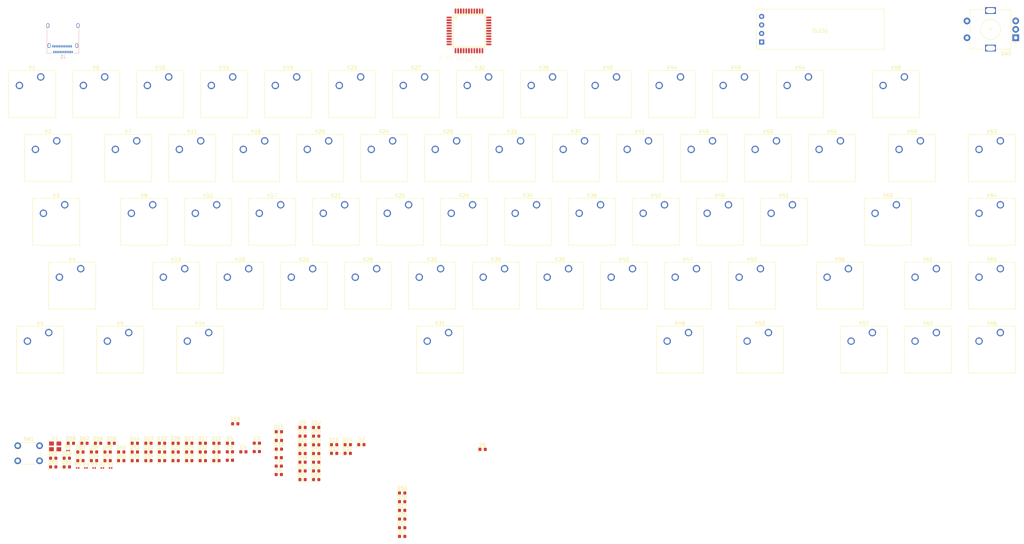
<source format=kicad_pcb>
(kicad_pcb (version 20171130) (host pcbnew "(5.1.9)-1")
  (layers (0 F.Cu signal) (31 B.Cu signal) (34 B.Paste user) (35 F.Paste user) (36 B.SilkS user) (37 F.SilkS user) (38 B.Mask user) (39 F.Mask user) (44 Edge.Cuts user))
  (net 0 "")
  (net 1 xtal1)
  (net 2 ugnd)
  (net 3 xtal2)
  (net 4 VCC)
  (net 5 ucap)
  (net 6 row0)
  (net 7 "Net-(D1-Pad2)")
  (net 8 row1)
  (net 9 "Net-(D2-Pad2)")
  (net 10 "Net-(D3-Pad2)")
  (net 11 row2)
  (net 12 row3)
  (net 13 "Net-(D4-Pad2)")
  (net 14 "Net-(D5-Pad2)")
  (net 15 row4)
  (net 16 "Net-(D6-Pad2)")
  (net 17 "Net-(D7-Pad2)")
  (net 18 "Net-(D8-Pad2)")
  (net 19 "Net-(D9-Pad2)")
  (net 20 "Net-(D10-Pad2)")
  (net 21 "Net-(D11-Pad2)")
  (net 22 "Net-(D12-Pad2)")
  (net 23 "Net-(D13-Pad2)")
  (net 24 "Net-(D14-Pad2)")
  (net 25 "Net-(D15-Pad2)")
  (net 26 "Net-(D16-Pad2)")
  (net 27 "Net-(D17-Pad2)")
  (net 28 "Net-(D18-Pad2)")
  (net 29 "Net-(D19-Pad2)")
  (net 30 "Net-(D20-Pad2)")
  (net 31 "Net-(D21-Pad2)")
  (net 32 "Net-(D22-Pad2)")
  (net 33 "Net-(D23-Pad2)")
  (net 34 "Net-(D24-Pad2)")
  (net 35 "Net-(D25-Pad2)")
  (net 36 "Net-(D26-Pad2)")
  (net 37 "Net-(D27-Pad2)")
  (net 38 "Net-(D28-Pad2)")
  (net 39 "Net-(D29-Pad2)")
  (net 40 "Net-(D30-Pad2)")
  (net 41 "Net-(D31-Pad2)")
  (net 42 "Net-(D32-Pad2)")
  (net 43 "Net-(D33-Pad2)")
  (net 44 "Net-(D34-Pad2)")
  (net 45 "Net-(D35-Pad2)")
  (net 46 "Net-(D36-Pad2)")
  (net 47 "Net-(D37-Pad2)")
  (net 48 "Net-(D38-Pad2)")
  (net 49 "Net-(D39-Pad2)")
  (net 50 "Net-(D40-Pad2)")
  (net 51 "Net-(D41-Pad2)")
  (net 52 "Net-(D42-Pad2)")
  (net 53 "Net-(D43-Pad2)")
  (net 54 "Net-(D44-Pad2)")
  (net 55 "Net-(D45-Pad2)")
  (net 56 "Net-(D46-Pad2)")
  (net 57 "Net-(D47-Pad2)")
  (net 58 "Net-(D48-Pad2)")
  (net 59 "Net-(D49-Pad2)")
  (net 60 "Net-(D50-Pad2)")
  (net 61 "Net-(D51-Pad2)")
  (net 62 "Net-(D52-Pad2)")
  (net 63 "Net-(D53-Pad2)")
  (net 64 "Net-(D54-Pad2)")
  (net 65 "Net-(D55-Pad2)")
  (net 66 "Net-(D56-Pad2)")
  (net 67 "Net-(D57-Pad2)")
  (net 68 "Net-(D58-Pad2)")
  (net 69 "Net-(D59-Pad2)")
  (net 70 "Net-(D60-Pad2)")
  (net 71 "Net-(D61-Pad2)")
  (net 72 "Net-(D62-Pad2)")
  (net 73 "Net-(D63-Pad2)")
  (net 74 "Net-(D64-Pad2)")
  (net 75 "Net-(D65-Pad2)")
  (net 76 "Net-(D66-Pad2)")
  (net 77 "Net-(D67-Pad2)")
  (net 78 "Net-(J1-PadA5)")
  (net 79 "Net-(J1-PadA6)")
  (net 80 "Net-(J1-PadA7)")
  (net 81 "Net-(J1-PadA8)")
  (net 82 "Net-(J1-PadB5)")
  (net 83 "Net-(J1-PadB8)")
  (net 84 col0)
  (net 85 col1)
  (net 86 col2)
  (net 87 col3)
  (net 88 col4)
  (net 89 col5)
  (net 90 col6)
  (net 91 col7)
  (net 92 col8)
  (net 93 col9)
  (net 94 col10)
  (net 95 col11)
  (net 96 col12)
  (net 97 col13)
  (net 98 col14)
  (net 99 reset)
  (net 100 hwb)
  (net 101 D-)
  (net 102 D+)
  (net 103 encB)
  (net 104 encA)
  (net 105 "Net-(U1-Pad1)")
  (net 106 "Net-(U1-Pad8)")
  (net 107 "Net-(U1-Pad9)")
  (net 108 "Net-(U1-Pad10)")
  (net 109 "Net-(U1-Pad11)")
  (net 110 "Net-(U1-Pad12)")
  (net 111 sck)
  (net 112 sda)
  (net 113 "Net-(U1-Pad20)")
  (net 114 "Net-(U1-Pad21)")
  (net 115 "Net-(U1-Pad22)")
  (net 116 "Net-(U1-Pad25)")
  (net 117 "Net-(U1-Pad26)")
  (net 118 "Net-(U1-Pad27)")
  (net 119 "Net-(U1-Pad28)")
  (net 120 "Net-(U1-Pad29)")
  (net 121 "Net-(U1-Pad30)")
  (net 122 "Net-(U1-Pad31)")
  (net 123 "Net-(U1-Pad32)")
  (net 124 "Net-(U1-Pad36)")
  (net 125 "Net-(U1-Pad37)")
  (net 126 "Net-(U1-Pad38)")
  (net 127 "Net-(U1-Pad39)")
  (net 128 "Net-(U1-Pad40)")
  (net 129 "Net-(U1-Pad41)")
  (net 130 "Net-(U1-Pad42)")
  (module oled:OLED-SSD1306 (layer F.Cu) (at 308.356 36.576)
    (fp_text reference OLED1 (at 0 0.5) (layer F.SilkS))
    (fp_text value SSD1306-128x32)
    (pad 4 thru_hole rect (at -17.5 3.81) (size 1.524 1.524) (drill 0.762) (layers *.Cu *.Mask) (net 2 ugnd))
    (pad 3 thru_hole circle (at -17.5 1.27) (size 1.524 1.524) (drill 0.762) (layers *.Cu *.Mask) (net 4 VCC))
    (pad 2 thru_hole circle (at -17.5 -1.27) (size 1.524 1.524) (drill 0.762) (layers *.Cu *.Mask) (net 111 sck))
    (pad 1 thru_hole circle (at -17.5 -3.81) (size 1.524 1.524) (drill 0.762) (layers *.Cu *.Mask) (net 112 sda))
  )
  (module Button_Switch_Keyboard:SW_Cherry_MX_1.00u_PCB (layer F.Cu) (at 304.8 50.8)
    (fp_text reference K54 (at -2.54 -2.794) (layer F.SilkS))
    (fp_text value KEYSW)
    (pad "" np_thru_hole circle (at 2.54 5.08) (size 1.7 1.7) (drill 1.7) (layers *.Cu *.Mask))
    (pad "" np_thru_hole circle (at -7.62 5.08) (size 1.7 1.7) (drill 1.7) (layers *.Cu *.Mask))
    (pad "" np_thru_hole circle (at -2.54 5.08) (size 4 4) (drill 4) (layers *.Cu *.Mask))
    (pad 2 thru_hole circle (at -6.35 2.54) (size 2.2 2.2) (drill 1.5) (layers *.Cu *.Mask) (net 64 "Net-(D54-Pad2)"))
    (pad 1 thru_hole circle (at 0 0) (size 2.2 2.2) (drill 1.5) (layers *.Cu *.Mask) (net 96 col12))
  )
  (module Capacitor_SMD:C_0603_1608Metric (layer F.Cu) (at 132.523001 165.045001)
    (fp_text reference C1 (at 0 -1.43) (layer F.SilkS))
    (fp_text value 22p)
    (pad 1 smd roundrect (at -0.775 0) (size 0.9 0.95) (layers F.Cu F.Paste F.Mask) (net 1 xtal1))
    (pad 2 smd roundrect (at 0.775 0) (size 0.9 0.95) (layers F.Cu F.Paste F.Mask) (net 2 ugnd))
  )
  (module Capacitor_SMD:C_0603_1608Metric (layer F.Cu) (at 140.543001 162.455001)
    (fp_text reference C2 (at 0 -1.43) (layer F.SilkS))
    (fp_text value 22p)
    (pad 2 smd roundrect (at 0.775 0) (size 0.9 0.95) (layers F.Cu F.Paste F.Mask) (net 2 ugnd))
    (pad 1 smd roundrect (at -0.775 0) (size 0.9 0.95) (layers F.Cu F.Paste F.Mask) (net 3 xtal2))
  )
  (module Capacitor_SMD:C_0603_1608Metric (layer F.Cu) (at 140.543001 159.945001)
    (fp_text reference C3 (at 0 -1.43) (layer F.SilkS))
    (fp_text value 0.1u)
    (pad 2 smd roundrect (at 0.775 0) (size 0.9 0.95) (layers F.Cu F.Paste F.Mask) (net 2 ugnd))
    (pad 1 smd roundrect (at -0.775 0) (size 0.9 0.95) (layers F.Cu F.Paste F.Mask) (net 4 VCC))
  )
  (module Capacitor_SMD:C_0603_1608Metric (layer F.Cu) (at 136.533001 162.535001)
    (fp_text reference C4 (at 0 -1.43) (layer F.SilkS))
    (fp_text value 0.1u)
    (pad 2 smd roundrect (at 0.775 0) (size 0.9 0.95) (layers F.Cu F.Paste F.Mask) (net 2 ugnd))
    (pad 1 smd roundrect (at -0.775 0) (size 0.9 0.95) (layers F.Cu F.Paste F.Mask) (net 4 VCC))
  )
  (module Capacitor_SMD:C_0603_1608Metric (layer F.Cu) (at 132.523001 162.535001)
    (fp_text reference C5 (at 0 -1.43) (layer F.SilkS))
    (fp_text value 0.1u)
    (pad 1 smd roundrect (at -0.775 0) (size 0.9 0.95) (layers F.Cu F.Paste F.Mask) (net 4 VCC))
    (pad 2 smd roundrect (at 0.775 0) (size 0.9 0.95) (layers F.Cu F.Paste F.Mask) (net 2 ugnd))
  )
  (module Capacitor_SMD:C_0603_1608Metric (layer F.Cu) (at 147.075001 169.299001)
    (fp_text reference C6 (at 0 -1.43) (layer F.SilkS))
    (fp_text value 0.1u)
    (pad 1 smd roundrect (at -0.775 0) (size 0.9 0.95) (layers F.Cu F.Paste F.Mask) (net 4 VCC))
    (pad 2 smd roundrect (at 0.775 0) (size 0.9 0.95) (layers F.Cu F.Paste F.Mask) (net 2 ugnd))
  )
  (module Capacitor_SMD:C_0603_1608Metric (layer F.Cu) (at 147.075001 164.279001)
    (fp_text reference C7 (at 0 -1.43) (layer F.SilkS))
    (fp_text value 10u)
    (pad 2 smd roundrect (at 0.775 0) (size 0.9 0.95) (layers F.Cu F.Paste F.Mask) (net 2 ugnd))
    (pad 1 smd roundrect (at -0.775 0) (size 0.9 0.95) (layers F.Cu F.Paste F.Mask) (net 4 VCC))
  )
  (module Capacitor_SMD:C_0603_1608Metric (layer F.Cu) (at 147.075001 166.789001)
    (fp_text reference C8 (at 0 -1.43) (layer F.SilkS))
    (fp_text value 1u)
    (pad 1 smd roundrect (at -0.775 0) (size 0.9 0.95) (layers F.Cu F.Paste F.Mask) (net 2 ugnd))
    (pad 2 smd roundrect (at 0.775 0) (size 0.9 0.95) (layers F.Cu F.Paste F.Mask) (net 5 ucap))
  )
  (module Diode_SMD:D_0603_1608Metric (layer F.Cu) (at 128.513001 165.165001)
    (fp_text reference D1 (at 0 -1.43) (layer F.SilkS))
    (fp_text value D)
    (pad 1 smd roundrect (at -0.7875 0) (size 0.875 0.95) (layers F.Cu F.Paste F.Mask) (net 6 row0))
    (pad 2 smd roundrect (at 0.7875 0) (size 0.875 0.95) (layers F.Cu F.Paste F.Mask) (net 7 "Net-(D1-Pad2)"))
  )
  (module Diode_SMD:D_0603_1608Metric (layer F.Cu) (at 171.663001 160.403001)
    (fp_text reference D2 (at 0 -1.43) (layer F.SilkS))
    (fp_text value D)
    (pad 1 smd roundrect (at -0.7875 0) (size 0.875 0.95) (layers F.Cu F.Paste F.Mask) (net 8 row1))
    (pad 2 smd roundrect (at 0.7875 0) (size 0.875 0.95) (layers F.Cu F.Paste F.Mask) (net 9 "Net-(D2-Pad2)"))
  )
  (module Diode_SMD:D_0603_1608Metric (layer F.Cu) (at 147.115001 159.139001)
    (fp_text reference D3 (at 0 -1.43) (layer F.SilkS))
    (fp_text value D)
    (pad 2 smd roundrect (at 0.7875 0) (size 0.875 0.95) (layers F.Cu F.Paste F.Mask) (net 10 "Net-(D3-Pad2)"))
    (pad 1 smd roundrect (at -0.7875 0) (size 0.875 0.95) (layers F.Cu F.Paste F.Mask) (net 11 row2))
  )
  (module Diode_SMD:D_0603_1608Metric (layer F.Cu) (at 132.563001 159.985001)
    (fp_text reference D4 (at 0 -1.43) (layer F.SilkS))
    (fp_text value D)
    (pad 1 smd roundrect (at -0.7875 0) (size 0.875 0.95) (layers F.Cu F.Paste F.Mask) (net 12 row3))
    (pad 2 smd roundrect (at 0.7875 0) (size 0.875 0.95) (layers F.Cu F.Paste F.Mask) (net 13 "Net-(D4-Pad2)"))
  )
  (module Diode_SMD:D_0603_1608Metric (layer F.Cu) (at 128.513001 162.575001)
    (fp_text reference D5 (at 0 -1.43) (layer F.SilkS))
    (fp_text value D)
    (pad 2 smd roundrect (at 0.7875 0) (size 0.875 0.95) (layers F.Cu F.Paste F.Mask) (net 14 "Net-(D5-Pad2)"))
    (pad 1 smd roundrect (at -0.7875 0) (size 0.875 0.95) (layers F.Cu F.Paste F.Mask) (net 15 row4))
  )
  (module Diode_SMD:D_0603_1608Metric (layer F.Cu) (at 207.772 161.798)
    (fp_text reference D6 (at 0 -1.43) (layer F.SilkS))
    (fp_text value D)
    (pad 2 smd roundrect (at 0.7875 0) (size 0.875 0.95) (layers F.Cu F.Paste F.Mask) (net 16 "Net-(D6-Pad2)"))
    (pad 1 smd roundrect (at -0.7875 0) (size 0.875 0.95) (layers F.Cu F.Paste F.Mask) (net 6 row0))
  )
  (module Diode_SMD:D_0603_1608Metric (layer F.Cu) (at 183.815001 187.747001)
    (fp_text reference D7 (at 0 -1.43) (layer F.SilkS))
    (fp_text value D)
    (pad 2 smd roundrect (at 0.7875 0) (size 0.875 0.95) (layers F.Cu F.Paste F.Mask) (net 17 "Net-(D7-Pad2)"))
    (pad 1 smd roundrect (at -0.7875 0) (size 0.875 0.95) (layers F.Cu F.Paste F.Mask) (net 8 row1))
  )
  (module Diode_SMD:D_0603_1608Metric (layer F.Cu) (at 124.463001 165.165001)
    (fp_text reference D8 (at 0 -1.43) (layer F.SilkS))
    (fp_text value D)
    (pad 1 smd roundrect (at -0.7875 0) (size 0.875 0.95) (layers F.Cu F.Paste F.Mask) (net 11 row2))
    (pad 2 smd roundrect (at 0.7875 0) (size 0.875 0.95) (layers F.Cu F.Paste F.Mask) (net 18 "Net-(D8-Pad2)"))
  )
  (module Diode_SMD:D_0603_1608Metric (layer F.Cu) (at 154.161001 155.265001)
    (fp_text reference D9 (at 0 -1.43) (layer F.SilkS))
    (fp_text value D)
    (pad 2 smd roundrect (at 0.7875 0) (size 0.875 0.95) (layers F.Cu F.Paste F.Mask) (net 19 "Net-(D9-Pad2)"))
    (pad 1 smd roundrect (at -0.7875 0) (size 0.875 0.95) (layers F.Cu F.Paste F.Mask) (net 15 row4))
  )
  (module Diode_SMD:D_0603_1608Metric (layer F.Cu) (at 158.211001 160.445001)
    (fp_text reference D10 (at 0 -1.43) (layer F.SilkS))
    (fp_text value D)
    (pad 2 smd roundrect (at 0.7875 0) (size 0.875 0.95) (layers F.Cu F.Paste F.Mask) (net 20 "Net-(D10-Pad2)"))
    (pad 1 smd roundrect (at -0.7875 0) (size 0.875 0.95) (layers F.Cu F.Paste F.Mask) (net 6 row0))
  )
  (module Diode_SMD:D_0603_1608Metric (layer F.Cu) (at 154.161001 160.445001)
    (fp_text reference D11 (at 0 -1.43) (layer F.SilkS))
    (fp_text value D)
    (pad 2 smd roundrect (at 0.7875 0) (size 0.875 0.95) (layers F.Cu F.Paste F.Mask) (net 21 "Net-(D11-Pad2)"))
    (pad 1 smd roundrect (at -0.7875 0) (size 0.875 0.95) (layers F.Cu F.Paste F.Mask) (net 8 row1))
  )
  (module Diode_SMD:D_0603_1608Metric (layer F.Cu) (at 116.363001 165.165001)
    (fp_text reference D12 (at 0 -1.43) (layer F.SilkS))
    (fp_text value D)
    (pad 1 smd roundrect (at -0.7875 0) (size 0.875 0.95) (layers F.Cu F.Paste F.Mask) (net 11 row2))
    (pad 2 smd roundrect (at 0.7875 0) (size 0.875 0.95) (layers F.Cu F.Paste F.Mask) (net 22 "Net-(D12-Pad2)"))
  )
  (module Diode_SMD:D_0603_1608Metric (layer F.Cu) (at 163.563001 162.993001)
    (fp_text reference D13 (at 0 -1.43) (layer F.SilkS))
    (fp_text value D)
    (pad 1 smd roundrect (at -0.7875 0) (size 0.875 0.95) (layers F.Cu F.Paste F.Mask) (net 12 row3))
    (pad 2 smd roundrect (at 0.7875 0) (size 0.875 0.95) (layers F.Cu F.Paste F.Mask) (net 23 "Net-(D13-Pad2)"))
  )
  (module Diode_SMD:D_0603_1608Metric (layer F.Cu) (at 167.613001 160.403001)
    (fp_text reference D14 (at 0 -1.43) (layer F.SilkS))
    (fp_text value D)
    (pad 2 smd roundrect (at 0.7875 0) (size 0.875 0.95) (layers F.Cu F.Paste F.Mask) (net 24 "Net-(D14-Pad2)"))
    (pad 1 smd roundrect (at -0.7875 0) (size 0.875 0.95) (layers F.Cu F.Paste F.Mask) (net 15 row4))
  )
  (module Diode_SMD:D_0603_1608Metric (layer F.Cu) (at 147.115001 156.549001)
    (fp_text reference D15 (at 0 -1.43) (layer F.SilkS))
    (fp_text value D)
    (pad 1 smd roundrect (at -0.7875 0) (size 0.875 0.95) (layers F.Cu F.Paste F.Mask) (net 6 row0))
    (pad 2 smd roundrect (at 0.7875 0) (size 0.875 0.95) (layers F.Cu F.Paste F.Mask) (net 25 "Net-(D15-Pad2)"))
  )
  (module Diode_SMD:D_0603_1608Metric (layer F.Cu) (at 163.563001 160.403001)
    (fp_text reference D16 (at 0 -1.43) (layer F.SilkS))
    (fp_text value D)
    (pad 1 smd roundrect (at -0.7875 0) (size 0.875 0.95) (layers F.Cu F.Paste F.Mask) (net 8 row1))
    (pad 2 smd roundrect (at 0.7875 0) (size 0.875 0.95) (layers F.Cu F.Paste F.Mask) (net 26 "Net-(D16-Pad2)"))
  )
  (module Diode_SMD:D_0603_1608Metric (layer F.Cu) (at 124.463001 159.985001)
    (fp_text reference D17 (at 0 -1.43) (layer F.SilkS))
    (fp_text value D)
    (pad 2 smd roundrect (at 0.7875 0) (size 0.875 0.95) (layers F.Cu F.Paste F.Mask) (net 27 "Net-(D17-Pad2)"))
    (pad 1 smd roundrect (at -0.7875 0) (size 0.875 0.95) (layers F.Cu F.Paste F.Mask) (net 11 row2))
  )
  (module Diode_SMD:D_0603_1608Metric (layer F.Cu) (at 120.413001 165.165001)
    (fp_text reference D18 (at 0 -1.43) (layer F.SilkS))
    (fp_text value D)
    (pad 1 smd roundrect (at -0.7875 0) (size 0.875 0.95) (layers F.Cu F.Paste F.Mask) (net 12 row3))
    (pad 2 smd roundrect (at 0.7875 0) (size 0.875 0.95) (layers F.Cu F.Paste F.Mask) (net 28 "Net-(D18-Pad2)"))
  )
  (module Diode_SMD:D_0603_1608Metric (layer F.Cu) (at 134.112 154.178)
    (fp_text reference D19 (at 0 -1.43) (layer F.SilkS))
    (fp_text value D)
    (pad 2 smd roundrect (at 0.7875 0) (size 0.875 0.95) (layers F.Cu F.Paste F.Mask) (net 29 "Net-(D19-Pad2)"))
    (pad 1 smd roundrect (at -0.7875 0) (size 0.875 0.95) (layers F.Cu F.Paste F.Mask) (net 6 row0))
  )
  (module Diode_SMD:D_0603_1608Metric (layer F.Cu) (at 158.211001 170.805001)
    (fp_text reference D20 (at 0 -1.43) (layer F.SilkS))
    (fp_text value D)
    (pad 2 smd roundrect (at 0.7875 0) (size 0.875 0.95) (layers F.Cu F.Paste F.Mask) (net 30 "Net-(D20-Pad2)"))
    (pad 1 smd roundrect (at -0.7875 0) (size 0.875 0.95) (layers F.Cu F.Paste F.Mask) (net 8 row1))
  )
  (module Diode_SMD:D_0603_1608Metric (layer F.Cu) (at 183.815001 185.157001)
    (fp_text reference D21 (at 0 -1.43) (layer F.SilkS))
    (fp_text value D)
    (pad 1 smd roundrect (at -0.7875 0) (size 0.875 0.95) (layers F.Cu F.Paste F.Mask) (net 11 row2))
    (pad 2 smd roundrect (at 0.7875 0) (size 0.875 0.95) (layers F.Cu F.Paste F.Mask) (net 31 "Net-(D21-Pad2)"))
  )
  (module Diode_SMD:D_0603_1608Metric (layer F.Cu) (at 128.513001 159.985001)
    (fp_text reference D22 (at 0 -1.43) (layer F.SilkS))
    (fp_text value D)
    (pad 2 smd roundrect (at 0.7875 0) (size 0.875 0.95) (layers F.Cu F.Paste F.Mask) (net 32 "Net-(D22-Pad2)"))
    (pad 1 smd roundrect (at -0.7875 0) (size 0.875 0.95) (layers F.Cu F.Paste F.Mask) (net 12 row3))
  )
  (module Diode_SMD:D_0603_1608Metric (layer F.Cu) (at 112.313001 165.165001)
    (fp_text reference D23 (at 0 -1.43) (layer F.SilkS))
    (fp_text value D)
    (pad 1 smd roundrect (at -0.7875 0) (size 0.875 0.95) (layers F.Cu F.Paste F.Mask) (net 6 row0))
    (pad 2 smd roundrect (at 0.7875 0) (size 0.875 0.95) (layers F.Cu F.Paste F.Mask) (net 33 "Net-(D23-Pad2)"))
  )
  (module Diode_SMD:D_0603_1608Metric (layer F.Cu) (at 120.413001 162.575001)
    (fp_text reference D24 (at 0 -1.43) (layer F.SilkS))
    (fp_text value D)
    (pad 1 smd roundrect (at -0.7875 0) (size 0.875 0.95) (layers F.Cu F.Paste F.Mask) (net 8 row1))
    (pad 2 smd roundrect (at 0.7875 0) (size 0.875 0.95) (layers F.Cu F.Paste F.Mask) (net 34 "Net-(D24-Pad2)"))
  )
  (module Diode_SMD:D_0603_1608Metric (layer F.Cu) (at 116.363001 162.575001)
    (fp_text reference D25 (at 0 -1.43) (layer F.SilkS))
    (fp_text value D)
    (pad 1 smd roundrect (at -0.7875 0) (size 0.875 0.95) (layers F.Cu F.Paste F.Mask) (net 11 row2))
    (pad 2 smd roundrect (at 0.7875 0) (size 0.875 0.95) (layers F.Cu F.Paste F.Mask) (net 35 "Net-(D25-Pad2)"))
  )
  (module Diode_SMD:D_0603_1608Metric (layer F.Cu) (at 112.313001 162.575001)
    (fp_text reference D26 (at 0 -1.43) (layer F.SilkS))
    (fp_text value D)
    (pad 2 smd roundrect (at 0.7875 0) (size 0.875 0.95) (layers F.Cu F.Paste F.Mask) (net 36 "Net-(D26-Pad2)"))
    (pad 1 smd roundrect (at -0.7875 0) (size 0.875 0.95) (layers F.Cu F.Paste F.Mask) (net 12 row3))
  )
  (module Diode_SMD:D_0603_1608Metric (layer F.Cu) (at 120.413001 159.985001)
    (fp_text reference D27 (at 0 -1.43) (layer F.SilkS))
    (fp_text value D)
    (pad 2 smd roundrect (at 0.7875 0) (size 0.875 0.95) (layers F.Cu F.Paste F.Mask) (net 37 "Net-(D27-Pad2)"))
    (pad 1 smd roundrect (at -0.7875 0) (size 0.875 0.95) (layers F.Cu F.Paste F.Mask) (net 6 row0))
  )
  (module Diode_SMD:D_0603_1608Metric (layer F.Cu) (at 116.363001 159.985001)
    (fp_text reference D28 (at 0 -1.43) (layer F.SilkS))
    (fp_text value D)
    (pad 2 smd roundrect (at 0.7875 0) (size 0.875 0.95) (layers F.Cu F.Paste F.Mask) (net 38 "Net-(D28-Pad2)"))
    (pad 1 smd roundrect (at -0.7875 0) (size 0.875 0.95) (layers F.Cu F.Paste F.Mask) (net 8 row1))
  )
  (module Diode_SMD:D_0603_1608Metric (layer F.Cu) (at 147.115001 161.729001)
    (fp_text reference D29 (at 0 -1.43) (layer F.SilkS))
    (fp_text value D)
    (pad 2 smd roundrect (at 0.7875 0) (size 0.875 0.95) (layers F.Cu F.Paste F.Mask) (net 39 "Net-(D29-Pad2)"))
    (pad 1 smd roundrect (at -0.7875 0) (size 0.875 0.95) (layers F.Cu F.Paste F.Mask) (net 11 row2))
  )
  (module Diode_SMD:D_0603_1608Metric (layer F.Cu) (at 154.161001 163.035001)
    (fp_text reference D30 (at 0 -1.43) (layer F.SilkS))
    (fp_text value D)
    (pad 1 smd roundrect (at -0.7875 0) (size 0.875 0.95) (layers F.Cu F.Paste F.Mask) (net 12 row3))
    (pad 2 smd roundrect (at 0.7875 0) (size 0.875 0.95) (layers F.Cu F.Paste F.Mask) (net 40 "Net-(D30-Pad2)"))
  )
  (module Diode_SMD:D_0603_1608Metric (layer F.Cu) (at 124.463001 162.575001)
    (fp_text reference D31 (at 0 -1.43) (layer F.SilkS))
    (fp_text value D)
    (pad 2 smd roundrect (at 0.7875 0) (size 0.875 0.95) (layers F.Cu F.Paste F.Mask) (net 41 "Net-(D31-Pad2)"))
    (pad 1 smd roundrect (at -0.7875 0) (size 0.875 0.95) (layers F.Cu F.Paste F.Mask) (net 15 row4))
  )
  (module Diode_SMD:D_0603_1608Metric (layer F.Cu) (at 167.613001 162.993001)
    (fp_text reference D32 (at 0 -1.43) (layer F.SilkS))
    (fp_text value D)
    (pad 1 smd roundrect (at -0.7875 0) (size 0.875 0.95) (layers F.Cu F.Paste F.Mask) (net 6 row0))
    (pad 2 smd roundrect (at 0.7875 0) (size 0.875 0.95) (layers F.Cu F.Paste F.Mask) (net 42 "Net-(D32-Pad2)"))
  )
  (module Diode_SMD:D_0603_1608Metric (layer F.Cu) (at 112.313001 159.985001)
    (fp_text reference D33 (at 0 -1.43) (layer F.SilkS))
    (fp_text value D)
    (pad 2 smd roundrect (at 0.7875 0) (size 0.875 0.95) (layers F.Cu F.Paste F.Mask) (net 43 "Net-(D33-Pad2)"))
    (pad 1 smd roundrect (at -0.7875 0) (size 0.875 0.95) (layers F.Cu F.Paste F.Mask) (net 8 row1))
  )
  (module Diode_SMD:D_0603_1608Metric (layer F.Cu) (at 108.263001 165.165001)
    (fp_text reference D34 (at 0 -1.43) (layer F.SilkS))
    (fp_text value D)
    (pad 1 smd roundrect (at -0.7875 0) (size 0.875 0.95) (layers F.Cu F.Paste F.Mask) (net 11 row2))
    (pad 2 smd roundrect (at 0.7875 0) (size 0.875 0.95) (layers F.Cu F.Paste F.Mask) (net 44 "Net-(D34-Pad2)"))
  )
  (module Diode_SMD:D_0603_1608Metric (layer F.Cu) (at 108.263001 162.575001)
    (fp_text reference D35 (at 0 -1.43) (layer F.SilkS))
    (fp_text value D)
    (pad 2 smd roundrect (at 0.7875 0) (size 0.875 0.95) (layers F.Cu F.Paste F.Mask) (net 45 "Net-(D35-Pad2)"))
    (pad 1 smd roundrect (at -0.7875 0) (size 0.875 0.95) (layers F.Cu F.Paste F.Mask) (net 12 row3))
  )
  (module Diode_SMD:D_0603_1608Metric (layer F.Cu) (at 183.815001 182.567001)
    (fp_text reference D36 (at 0 -1.43) (layer F.SilkS))
    (fp_text value D)
    (pad 2 smd roundrect (at 0.7875 0) (size 0.875 0.95) (layers F.Cu F.Paste F.Mask) (net 46 "Net-(D36-Pad2)"))
    (pad 1 smd roundrect (at -0.7875 0) (size 0.875 0.95) (layers F.Cu F.Paste F.Mask) (net 6 row0))
  )
  (module Diode_SMD:D_0603_1608Metric (layer F.Cu) (at 183.815001 179.977001)
    (fp_text reference D37 (at 0 -1.43) (layer F.SilkS))
    (fp_text value D)
    (pad 1 smd roundrect (at -0.7875 0) (size 0.875 0.95) (layers F.Cu F.Paste F.Mask) (net 8 row1))
    (pad 2 smd roundrect (at 0.7875 0) (size 0.875 0.95) (layers F.Cu F.Paste F.Mask) (net 47 "Net-(D37-Pad2)"))
  )
  (module Diode_SMD:D_0603_1608Metric (layer F.Cu) (at 183.815001 177.387001)
    (fp_text reference D38 (at 0 -1.43) (layer F.SilkS))
    (fp_text value D)
    (pad 2 smd roundrect (at 0.7875 0) (size 0.875 0.95) (layers F.Cu F.Paste F.Mask) (net 48 "Net-(D38-Pad2)"))
    (pad 1 smd roundrect (at -0.7875 0) (size 0.875 0.95) (layers F.Cu F.Paste F.Mask) (net 11 row2))
  )
  (module Diode_SMD:D_0603_1608Metric (layer F.Cu) (at 104.213001 165.165001)
    (fp_text reference D39 (at 0 -1.43) (layer F.SilkS))
    (fp_text value D)
    (pad 1 smd roundrect (at -0.7875 0) (size 0.875 0.95) (layers F.Cu F.Paste F.Mask) (net 12 row3))
    (pad 2 smd roundrect (at 0.7875 0) (size 0.875 0.95) (layers F.Cu F.Paste F.Mask) (net 49 "Net-(D39-Pad2)"))
  )
  (module Diode_SMD:D_0603_1608Metric (layer F.Cu) (at 158.211001 163.035001)
    (fp_text reference D40 (at 0 -1.43) (layer F.SilkS))
    (fp_text value D)
    (pad 1 smd roundrect (at -0.7875 0) (size 0.875 0.95) (layers F.Cu F.Paste F.Mask) (net 6 row0))
    (pad 2 smd roundrect (at 0.7875 0) (size 0.875 0.95) (layers F.Cu F.Paste F.Mask) (net 50 "Net-(D40-Pad2)"))
  )
  (module Diode_SMD:D_0603_1608Metric (layer F.Cu) (at 96.113001 165.165001)
    (fp_text reference D41 (at 0 -1.43) (layer F.SilkS))
    (fp_text value D)
    (pad 2 smd roundrect (at 0.7875 0) (size 0.875 0.95) (layers F.Cu F.Paste F.Mask) (net 51 "Net-(D41-Pad2)"))
    (pad 1 smd roundrect (at -0.7875 0) (size 0.875 0.95) (layers F.Cu F.Paste F.Mask) (net 8 row1))
  )
  (module Diode_SMD:D_0603_1608Metric (layer F.Cu) (at 158.211001 168.215001)
    (fp_text reference D42 (at 0 -1.43) (layer F.SilkS))
    (fp_text value D)
    (pad 1 smd roundrect (at -0.7875 0) (size 0.875 0.95) (layers F.Cu F.Paste F.Mask) (net 11 row2))
    (pad 2 smd roundrect (at 0.7875 0) (size 0.875 0.95) (layers F.Cu F.Paste F.Mask) (net 52 "Net-(D42-Pad2)"))
  )
  (module Diode_SMD:D_0603_1608Metric (layer F.Cu) (at 104.213001 162.575001)
    (fp_text reference D43 (at 0 -1.43) (layer F.SilkS))
    (fp_text value D)
    (pad 1 smd roundrect (at -0.7875 0) (size 0.875 0.95) (layers F.Cu F.Paste F.Mask) (net 12 row3))
    (pad 2 smd roundrect (at 0.7875 0) (size 0.875 0.95) (layers F.Cu F.Paste F.Mask) (net 53 "Net-(D43-Pad2)"))
  )
  (module Diode_SMD:D_0603_1608Metric (layer F.Cu) (at 108.263001 159.985001)
    (fp_text reference D53 (at 0 -1.43) (layer F.SilkS))
    (fp_text value D)
    (pad 1 smd roundrect (at -0.7875 0) (size 0.875 0.95) (layers F.Cu F.Paste F.Mask) (net 15 row4))
    (pad 2 smd roundrect (at 0.7875 0) (size 0.875 0.95) (layers F.Cu F.Paste F.Mask) (net 63 "Net-(D53-Pad2)"))
  )
  (module Diode_SMD:D_0603_1608Metric (layer F.Cu) (at 104.213001 159.985001)
    (fp_text reference D44 (at 0 -1.43) (layer F.SilkS))
    (fp_text value D)
    (pad 2 smd roundrect (at 0.7875 0) (size 0.875 0.95) (layers F.Cu F.Paste F.Mask) (net 54 "Net-(D44-Pad2)"))
    (pad 1 smd roundrect (at -0.7875 0) (size 0.875 0.95) (layers F.Cu F.Paste F.Mask) (net 6 row0))
  )
  (module Diode_SMD:D_0603_1608Metric (layer F.Cu) (at 100.163001 162.575001)
    (fp_text reference D45 (at 0 -1.43) (layer F.SilkS))
    (fp_text value D)
    (pad 1 smd roundrect (at -0.7875 0) (size 0.875 0.95) (layers F.Cu F.Paste F.Mask) (net 8 row1))
    (pad 2 smd roundrect (at 0.7875 0) (size 0.875 0.95) (layers F.Cu F.Paste F.Mask) (net 55 "Net-(D45-Pad2)"))
  )
  (module Diode_SMD:D_0603_1608Metric (layer F.Cu) (at 96.113001 162.575001)
    (fp_text reference D46 (at 0 -1.43) (layer F.SilkS))
    (fp_text value D)
    (pad 2 smd roundrect (at 0.7875 0) (size 0.875 0.95) (layers F.Cu F.Paste F.Mask) (net 56 "Net-(D46-Pad2)"))
    (pad 1 smd roundrect (at -0.7875 0) (size 0.875 0.95) (layers F.Cu F.Paste F.Mask) (net 11 row2))
  )
  (module Diode_SMD:D_0603_1608Metric (layer F.Cu) (at 154.161001 168.215001)
    (fp_text reference D47 (at 0 -1.43) (layer F.SilkS))
    (fp_text value D)
    (pad 1 smd roundrect (at -0.7875 0) (size 0.875 0.95) (layers F.Cu F.Paste F.Mask) (net 12 row3))
    (pad 2 smd roundrect (at 0.7875 0) (size 0.875 0.95) (layers F.Cu F.Paste F.Mask) (net 57 "Net-(D47-Pad2)"))
  )
  (module Diode_SMD:D_0603_1608Metric (layer F.Cu) (at 158.211001 165.625001)
    (fp_text reference D48 (at 0 -1.43) (layer F.SilkS))
    (fp_text value D)
    (pad 2 smd roundrect (at 0.7875 0) (size 0.875 0.95) (layers F.Cu F.Paste F.Mask) (net 58 "Net-(D48-Pad2)"))
    (pad 1 smd roundrect (at -0.7875 0) (size 0.875 0.95) (layers F.Cu F.Paste F.Mask) (net 15 row4))
  )
  (module Diode_SMD:D_0603_1608Metric (layer F.Cu) (at 154.161001 165.625001)
    (fp_text reference D49 (at 0 -1.43) (layer F.SilkS))
    (fp_text value D)
    (pad 1 smd roundrect (at -0.7875 0) (size 0.875 0.95) (layers F.Cu F.Paste F.Mask) (net 6 row0))
    (pad 2 smd roundrect (at 0.7875 0) (size 0.875 0.95) (layers F.Cu F.Paste F.Mask) (net 59 "Net-(D49-Pad2)"))
  )
  (module Diode_SMD:D_0603_1608Metric (layer F.Cu) (at 183.815001 174.797001)
    (fp_text reference D50 (at 0 -1.43) (layer F.SilkS))
    (fp_text value D)
    (pad 2 smd roundrect (at 0.7875 0) (size 0.875 0.95) (layers F.Cu F.Paste F.Mask) (net 60 "Net-(D50-Pad2)"))
    (pad 1 smd roundrect (at -0.7875 0) (size 0.875 0.95) (layers F.Cu F.Paste F.Mask) (net 8 row1))
  )
  (module Diode_SMD:D_0603_1608Metric (layer F.Cu) (at 154.161001 157.855001)
    (fp_text reference D51 (at 0 -1.43) (layer F.SilkS))
    (fp_text value D)
    (pad 1 smd roundrect (at -0.7875 0) (size 0.875 0.95) (layers F.Cu F.Paste F.Mask) (net 11 row2))
    (pad 2 smd roundrect (at 0.7875 0) (size 0.875 0.95) (layers F.Cu F.Paste F.Mask) (net 61 "Net-(D51-Pad2)"))
  )
  (module Diode_SMD:D_0603_1608Metric (layer F.Cu) (at 158.211001 155.265001)
    (fp_text reference D52 (at 0 -1.43) (layer F.SilkS))
    (fp_text value D)
    (pad 2 smd roundrect (at 0.7875 0) (size 0.875 0.95) (layers F.Cu F.Paste F.Mask) (net 62 "Net-(D52-Pad2)"))
    (pad 1 smd roundrect (at -0.7875 0) (size 0.875 0.95) (layers F.Cu F.Paste F.Mask) (net 12 row3))
  )
  (module Diode_SMD:D_0603_1608Metric (layer F.Cu) (at 92.063001 165.165001)
    (fp_text reference D54 (at 0 -1.43) (layer F.SilkS))
    (fp_text value D)
    (pad 1 smd roundrect (at -0.7875 0) (size 0.875 0.95) (layers F.Cu F.Paste F.Mask) (net 15 row4))
    (pad 2 smd roundrect (at 0.7875 0) (size 0.875 0.95) (layers F.Cu F.Paste F.Mask) (net 64 "Net-(D54-Pad2)"))
  )
  (module Diode_SMD:D_0603_1608Metric (layer F.Cu) (at 92.063001 162.575001)
    (fp_text reference D54 (at 0 -1.43) (layer F.SilkS))
    (fp_text value D)
    (pad 2 smd roundrect (at 0.7875 0) (size 0.875 0.95) (layers F.Cu F.Paste F.Mask) (net 64 "Net-(D54-Pad2)"))
    (pad 1 smd roundrect (at -0.7875 0) (size 0.875 0.95) (layers F.Cu F.Paste F.Mask) (net 6 row0))
  )
  (module Diode_SMD:D_0603_1608Metric (layer F.Cu) (at 97.313001 159.985001)
    (fp_text reference D55 (at 0 -1.43) (layer F.SilkS))
    (fp_text value D)
    (pad 1 smd roundrect (at -0.7875 0) (size 0.875 0.95) (layers F.Cu F.Paste F.Mask) (net 8 row1))
    (pad 2 smd roundrect (at 0.7875 0) (size 0.875 0.95) (layers F.Cu F.Paste F.Mask) (net 65 "Net-(D55-Pad2)"))
  )
  (module Diode_SMD:D_0603_1608Metric (layer F.Cu) (at 93.263001 159.985001)
    (fp_text reference D56 (at 0 -1.43) (layer F.SilkS))
    (fp_text value D)
    (pad 2 smd roundrect (at 0.7875 0) (size 0.875 0.95) (layers F.Cu F.Paste F.Mask) (net 66 "Net-(D56-Pad2)"))
    (pad 1 smd roundrect (at -0.7875 0) (size 0.875 0.95) (layers F.Cu F.Paste F.Mask) (net 12 row3))
  )
  (module Diode_SMD:D_0603_1608Metric (layer F.Cu) (at 88.013001 165.165001)
    (fp_text reference D57 (at 0 -1.43) (layer F.SilkS))
    (fp_text value D)
    (pad 1 smd roundrect (at -0.7875 0) (size 0.875 0.95) (layers F.Cu F.Paste F.Mask) (net 15 row4))
    (pad 2 smd roundrect (at 0.7875 0) (size 0.875 0.95) (layers F.Cu F.Paste F.Mask) (net 67 "Net-(D57-Pad2)"))
  )
  (module Diode_SMD:D_0603_1608Metric (layer F.Cu) (at 85.163001 159.985001)
    (fp_text reference D58 (at 0 -1.43) (layer F.SilkS))
    (fp_text value D)
    (pad 2 smd roundrect (at 0.7875 0) (size 0.875 0.95) (layers F.Cu F.Paste F.Mask) (net 68 "Net-(D58-Pad2)"))
    (pad 1 smd roundrect (at -0.7875 0) (size 0.875 0.95) (layers F.Cu F.Paste F.Mask) (net 6 row0))
  )
  (module Diode_SMD:D_0603_1608Metric (layer F.Cu) (at 83.963001 164.435001)
    (fp_text reference D59 (at 0 -1.43) (layer F.SilkS))
    (fp_text value D)
    (pad 1 smd roundrect (at -0.7875 0) (size 0.875 0.95) (layers F.Cu F.Paste F.Mask) (net 8 row1))
    (pad 2 smd roundrect (at 0.7875 0) (size 0.875 0.95) (layers F.Cu F.Paste F.Mask) (net 69 "Net-(D59-Pad2)"))
  )
  (module Diode_SMD:D_0603_1608Metric (layer F.Cu) (at 158.211001 157.855001)
    (fp_text reference D60 (at 0 -1.43) (layer F.SilkS))
    (fp_text value D)
    (pad 2 smd roundrect (at 0.7875 0) (size 0.875 0.95) (layers F.Cu F.Paste F.Mask) (net 70 "Net-(D60-Pad2)"))
    (pad 1 smd roundrect (at -0.7875 0) (size 0.875 0.95) (layers F.Cu F.Paste F.Mask) (net 11 row2))
  )
  (module Diode_SMD:D_0603_1608Metric (layer F.Cu) (at 79.913001 164.435001)
    (fp_text reference D61 (at 0 -1.43) (layer F.SilkS))
    (fp_text value D)
    (pad 1 smd roundrect (at -0.7875 0) (size 0.875 0.95) (layers F.Cu F.Paste F.Mask) (net 12 row3))
    (pad 2 smd roundrect (at 0.7875 0) (size 0.875 0.95) (layers F.Cu F.Paste F.Mask) (net 71 "Net-(D61-Pad2)"))
  )
  (module Diode_SMD:D_0603_1608Metric (layer F.Cu) (at 89.213001 159.985001)
    (fp_text reference D62 (at 0 -1.43) (layer F.SilkS))
    (fp_text value D)
    (pad 2 smd roundrect (at 0.7875 0) (size 0.875 0.95) (layers F.Cu F.Paste F.Mask) (net 72 "Net-(D62-Pad2)"))
    (pad 1 smd roundrect (at -0.7875 0) (size 0.875 0.95) (layers F.Cu F.Paste F.Mask) (net 15 row4))
  )
  (module Diode_SMD:D_0603_1608Metric (layer F.Cu) (at 88.013001 162.575001)
    (fp_text reference D63 (at 0 -1.43) (layer F.SilkS))
    (fp_text value D)
    (pad 1 smd roundrect (at -0.7875 0) (size 0.875 0.95) (layers F.Cu F.Paste F.Mask) (net 8 row1))
    (pad 2 smd roundrect (at 0.7875 0) (size 0.875 0.95) (layers F.Cu F.Paste F.Mask) (net 73 "Net-(D63-Pad2)"))
  )
  (module Diode_SMD:D_0603_1608Metric (layer F.Cu) (at 83.963001 167.025001)
    (fp_text reference D64 (at 0 -1.43) (layer F.SilkS))
    (fp_text value D)
    (pad 2 smd roundrect (at 0.7875 0) (size 0.875 0.95) (layers F.Cu F.Paste F.Mask) (net 74 "Net-(D64-Pad2)"))
    (pad 1 smd roundrect (at -0.7875 0) (size 0.875 0.95) (layers F.Cu F.Paste F.Mask) (net 11 row2))
  )
  (module Diode_SMD:D_0603_1608Metric (layer F.Cu) (at 79.913001 167.025001)
    (fp_text reference D65 (at 0 -1.43) (layer F.SilkS))
    (fp_text value D)
    (pad 1 smd roundrect (at -0.7875 0) (size 0.875 0.95) (layers F.Cu F.Paste F.Mask) (net 12 row3))
    (pad 2 smd roundrect (at 0.7875 0) (size 0.875 0.95) (layers F.Cu F.Paste F.Mask) (net 75 "Net-(D65-Pad2)"))
  )
  (module Diode_SMD:D_0603_1608Metric (layer F.Cu) (at 100.163001 165.165001)
    (fp_text reference D66 (at 0 -1.43) (layer F.SilkS))
    (fp_text value D)
    (pad 1 smd roundrect (at -0.7875 0) (size 0.875 0.95) (layers F.Cu F.Paste F.Mask) (net 15 row4))
    (pad 2 smd roundrect (at 0.7875 0) (size 0.875 0.95) (layers F.Cu F.Paste F.Mask) (net 76 "Net-(D66-Pad2)"))
  )
  (module Diode_SMD:D_0603_1608Metric (layer F.Cu) (at 154.161001 170.805001)
    (fp_text reference D67 (at 0 -1.43) (layer F.SilkS))
    (fp_text value D)
    (pad 2 smd roundrect (at 0.7875 0) (size 0.875 0.95) (layers F.Cu F.Paste F.Mask) (net 77 "Net-(D67-Pad2)"))
    (pad 1 smd roundrect (at -0.7875 0) (size 0.875 0.95) (layers F.Cu F.Paste F.Mask) (net 6 row0))
  )
  (module Connector_USB:USB_C_Receptacle_Amphenol_12401610E4-2A (layer B.Cu) (at 82.804 38.354)
    (fp_text reference J1 (at 0 6.36) (layer B.SilkS) (effects (justify mirror)))
    (fp_text value USB_C_Receptacle_USB2.0)
    (pad B12 smd rect (at -3 3.32) (size 0.3 0.7) (layers B.Cu B.Paste B.Mask) (net 2 ugnd))
    (pad B11 smd rect (at -2.5 3.32) (size 0.3 0.7) (layers B.Cu B.Paste B.Mask))
    (pad B10 smd rect (at -2 3.32) (size 0.3 0.7) (layers B.Cu B.Paste B.Mask))
    (pad B9 smd rect (at -1.5 3.32) (size 0.3 0.7) (layers B.Cu B.Paste B.Mask) (net 4 VCC))
    (pad B8 smd rect (at -1 3.32) (size 0.3 0.7) (layers B.Cu B.Paste B.Mask) (net 83 "Net-(J1-PadB8)"))
    (pad B7 smd rect (at -0.5 3.32) (size 0.3 0.7) (layers B.Cu B.Paste B.Mask) (net 80 "Net-(J1-PadA7)"))
    (pad B6 smd rect (at 0 3.32) (size 0.3 0.7) (layers B.Cu B.Paste B.Mask) (net 79 "Net-(J1-PadA6)"))
    (pad B5 smd rect (at 0.5 3.32) (size 0.3 0.7) (layers B.Cu B.Paste B.Mask) (net 82 "Net-(J1-PadB5)"))
    (pad B4 smd rect (at 1 3.32) (size 0.3 0.7) (layers B.Cu B.Paste B.Mask) (net 4 VCC))
    (pad B3 smd rect (at 1.5 3.32) (size 0.3 0.7) (layers B.Cu B.Paste B.Mask))
    (pad B2 smd rect (at 2 3.32) (size 0.3 0.7) (layers B.Cu B.Paste B.Mask))
    (pad "" np_thru_hole circle (at -3.6 4.36) (size 0.65 0.65) (drill 0.65) (layers *.Cu *.Mask))
    (pad "" np_thru_hole oval (at 3.6 4.36) (size 0.95 0.65) (drill oval 0.95 0.65) (layers *.Cu *.Mask))
    (pad S1 thru_hole oval (at -4.49 -2.84) (size 0.8 1.4) (drill oval 0.5 1.1) (layers *.Cu *.Mask) (net 2 ugnd))
    (pad S1 thru_hole oval (at 4.49 -2.84) (size 0.8 1.4) (drill oval 0.5 1.1) (layers *.Cu *.Mask) (net 2 ugnd))
    (pad S1 thru_hole oval (at 4.13 3.11) (size 0.8 1.4) (drill oval 0.5 1.1) (layers *.Cu *.Mask) (net 2 ugnd))
    (pad B1 smd rect (at 2.5 3.32) (size 0.3 0.7) (layers B.Cu B.Paste B.Mask) (net 2 ugnd))
    (pad A11 smd rect (at 2.25 5.02) (size 0.3 0.7) (layers B.Cu B.Paste B.Mask))
    (pad A8 smd rect (at 0.75 5.02) (size 0.3 0.7) (layers B.Cu B.Paste B.Mask) (net 81 "Net-(J1-PadA8)"))
    (pad A9 smd rect (at 1.25 5.02) (size 0.3 0.7) (layers B.Cu B.Paste B.Mask) (net 4 VCC))
    (pad A10 smd rect (at 1.75 5.02) (size 0.3 0.7) (layers B.Cu B.Paste B.Mask))
    (pad A12 smd rect (at 2.75 5.02) (size 0.3 0.7) (layers B.Cu B.Paste B.Mask) (net 2 ugnd))
    (pad A7 smd rect (at 0.25 5.02) (size 0.3 0.7) (layers B.Cu B.Paste B.Mask) (net 80 "Net-(J1-PadA7)"))
    (pad A6 smd rect (at -0.25 5.02) (size 0.3 0.7) (layers B.Cu B.Paste B.Mask) (net 79 "Net-(J1-PadA6)"))
    (pad A5 smd rect (at -0.75 5.02) (size 0.3 0.7) (layers B.Cu B.Paste B.Mask) (net 78 "Net-(J1-PadA5)"))
    (pad A4 smd rect (at -1.25 5.02) (size 0.3 0.7) (layers B.Cu B.Paste B.Mask) (net 4 VCC))
    (pad A3 smd rect (at -1.75 5.02) (size 0.3 0.7) (layers B.Cu B.Paste B.Mask))
    (pad A2 smd rect (at -2.25 5.02) (size 0.3 0.7) (layers B.Cu B.Paste B.Mask))
    (pad A1 smd rect (at -2.75 5.02) (size 0.3 0.7) (layers B.Cu B.Paste B.Mask) (net 2 ugnd))
    (pad S1 thru_hole oval (at -4.13 3.11) (size 0.8 1.4) (drill oval 0.5 1.1) (layers *.Cu *.Mask) (net 2 ugnd))
  )
  (module Button_Switch_Keyboard:SW_Cherry_MX_1.00u_PCB (layer F.Cu) (at 76.2 50.8)
    (fp_text reference K1 (at -2.54 -2.794) (layer F.SilkS))
    (fp_text value KEYSW)
    (pad 1 thru_hole circle (at 0 0) (size 2.2 2.2) (drill 1.5) (layers *.Cu *.Mask) (net 84 col0))
    (pad 2 thru_hole circle (at -6.35 2.54) (size 2.2 2.2) (drill 1.5) (layers *.Cu *.Mask) (net 7 "Net-(D1-Pad2)"))
    (pad "" np_thru_hole circle (at -2.54 5.08) (size 4 4) (drill 4) (layers *.Cu *.Mask))
    (pad "" np_thru_hole circle (at -7.62 5.08) (size 1.7 1.7) (drill 1.7) (layers *.Cu *.Mask))
    (pad "" np_thru_hole circle (at 2.54 5.08) (size 1.7 1.7) (drill 1.7) (layers *.Cu *.Mask))
  )
  (module Button_Switch_Keyboard:SW_Cherry_MX_1.50u_PCB (layer F.Cu) (at 80.9625 69.85)
    (fp_text reference K2 (at -2.54 -2.794) (layer F.SilkS))
    (fp_text value KEYSW)
    (pad "" np_thru_hole circle (at 2.54 5.08) (size 1.7 1.7) (drill 1.7) (layers *.Cu *.Mask))
    (pad "" np_thru_hole circle (at -7.62 5.08) (size 1.7 1.7) (drill 1.7) (layers *.Cu *.Mask))
    (pad "" np_thru_hole circle (at -2.54 5.08) (size 4 4) (drill 4) (layers *.Cu *.Mask))
    (pad 2 thru_hole circle (at -6.35 2.54) (size 2.2 2.2) (drill 1.5) (layers *.Cu *.Mask) (net 9 "Net-(D2-Pad2)"))
    (pad 1 thru_hole circle (at 0 0) (size 2.2 2.2) (drill 1.5) (layers *.Cu *.Mask) (net 84 col0))
  )
  (module Button_Switch_Keyboard:SW_Cherry_MX_1.75u_PCB (layer F.Cu) (at 83.34375 88.9)
    (fp_text reference K3 (at -2.54 -2.794) (layer F.SilkS))
    (fp_text value KEYSW)
    (pad "" np_thru_hole circle (at 2.54 5.08) (size 1.7 1.7) (drill 1.7) (layers *.Cu *.Mask))
    (pad "" np_thru_hole circle (at -7.62 5.08) (size 1.7 1.7) (drill 1.7) (layers *.Cu *.Mask))
    (pad "" np_thru_hole circle (at -2.54 5.08) (size 4 4) (drill 4) (layers *.Cu *.Mask))
    (pad 2 thru_hole circle (at -6.35 2.54) (size 2.2 2.2) (drill 1.5) (layers *.Cu *.Mask) (net 10 "Net-(D3-Pad2)"))
    (pad 1 thru_hole circle (at 0 0) (size 2.2 2.2) (drill 1.5) (layers *.Cu *.Mask) (net 84 col0))
  )
  (module Button_Switch_Keyboard:SW_Cherry_MX_2.25u_PCB (layer F.Cu) (at 88.10625 107.95)
    (fp_text reference K4 (at -2.54 -2.794) (layer F.SilkS))
    (fp_text value KEYSW)
    (pad 1 thru_hole circle (at 0 0) (size 2.2 2.2) (drill 1.5) (layers *.Cu *.Mask) (net 84 col0))
    (pad 2 thru_hole circle (at -6.35 2.54) (size 2.2 2.2) (drill 1.5) (layers *.Cu *.Mask) (net 13 "Net-(D4-Pad2)"))
    (pad "" np_thru_hole circle (at -2.54 5.08) (size 4 4) (drill 4) (layers *.Cu *.Mask))
    (pad "" np_thru_hole circle (at -7.62 5.08) (size 1.7 1.7) (drill 1.7) (layers *.Cu *.Mask))
    (pad "" np_thru_hole circle (at 2.54 5.08) (size 1.7 1.7) (drill 1.7) (layers *.Cu *.Mask))
    (pad "" np_thru_hole circle (at 9.36 13.32) (size 4 4) (drill 4) (layers *.Cu *.Mask))
    (pad "" np_thru_hole circle (at -14.44 13.32) (size 4 4) (drill 4) (layers *.Cu *.Mask))
    (pad "" np_thru_hole circle (at -14.44 -1.92) (size 3.05 3.05) (drill 3.05) (layers *.Cu *.Mask))
    (pad "" np_thru_hole circle (at 9.36 -1.92) (size 3.05 3.05) (drill 3.05) (layers *.Cu *.Mask))
  )
  (module Button_Switch_Keyboard:SW_Cherry_MX_1.25u_PCB (layer F.Cu) (at 78.58125 127)
    (fp_text reference K5 (at -2.54 -2.794) (layer F.SilkS))
    (fp_text value KEYSW)
    (pad 1 thru_hole circle (at 0 0) (size 2.2 2.2) (drill 1.5) (layers *.Cu *.Mask) (net 84 col0))
    (pad 2 thru_hole circle (at -6.35 2.54) (size 2.2 2.2) (drill 1.5) (layers *.Cu *.Mask) (net 14 "Net-(D5-Pad2)"))
    (pad "" np_thru_hole circle (at -2.54 5.08) (size 4 4) (drill 4) (layers *.Cu *.Mask))
    (pad "" np_thru_hole circle (at -7.62 5.08) (size 1.7 1.7) (drill 1.7) (layers *.Cu *.Mask))
    (pad "" np_thru_hole circle (at 2.54 5.08) (size 1.7 1.7) (drill 1.7) (layers *.Cu *.Mask))
  )
  (module Button_Switch_Keyboard:SW_Cherry_MX_1.00u_PCB (layer F.Cu) (at 95.25 50.8)
    (fp_text reference K6 (at -2.54 -2.794) (layer F.SilkS))
    (fp_text value KEYSW)
    (pad "" np_thru_hole circle (at 2.54 5.08) (size 1.7 1.7) (drill 1.7) (layers *.Cu *.Mask))
    (pad "" np_thru_hole circle (at -7.62 5.08) (size 1.7 1.7) (drill 1.7) (layers *.Cu *.Mask))
    (pad "" np_thru_hole circle (at -2.54 5.08) (size 4 4) (drill 4) (layers *.Cu *.Mask))
    (pad 2 thru_hole circle (at -6.35 2.54) (size 2.2 2.2) (drill 1.5) (layers *.Cu *.Mask) (net 16 "Net-(D6-Pad2)"))
    (pad 1 thru_hole circle (at 0 0) (size 2.2 2.2) (drill 1.5) (layers *.Cu *.Mask) (net 85 col1))
  )
  (module Button_Switch_Keyboard:SW_Cherry_MX_1.00u_PCB (layer F.Cu) (at 104.775 69.85)
    (fp_text reference K7 (at -2.54 -2.794) (layer F.SilkS))
    (fp_text value KEYSW)
    (pad 1 thru_hole circle (at 0 0) (size 2.2 2.2) (drill 1.5) (layers *.Cu *.Mask) (net 85 col1))
    (pad 2 thru_hole circle (at -6.35 2.54) (size 2.2 2.2) (drill 1.5) (layers *.Cu *.Mask) (net 17 "Net-(D7-Pad2)"))
    (pad "" np_thru_hole circle (at -2.54 5.08) (size 4 4) (drill 4) (layers *.Cu *.Mask))
    (pad "" np_thru_hole circle (at -7.62 5.08) (size 1.7 1.7) (drill 1.7) (layers *.Cu *.Mask))
    (pad "" np_thru_hole circle (at 2.54 5.08) (size 1.7 1.7) (drill 1.7) (layers *.Cu *.Mask))
  )
  (module Button_Switch_Keyboard:SW_Cherry_MX_1.00u_PCB (layer F.Cu) (at 109.5375 88.9)
    (fp_text reference K8 (at -2.54 -2.794) (layer F.SilkS))
    (fp_text value KEYSW)
    (pad "" np_thru_hole circle (at 2.54 5.08) (size 1.7 1.7) (drill 1.7) (layers *.Cu *.Mask))
    (pad "" np_thru_hole circle (at -7.62 5.08) (size 1.7 1.7) (drill 1.7) (layers *.Cu *.Mask))
    (pad "" np_thru_hole circle (at -2.54 5.08) (size 4 4) (drill 4) (layers *.Cu *.Mask))
    (pad 2 thru_hole circle (at -6.35 2.54) (size 2.2 2.2) (drill 1.5) (layers *.Cu *.Mask) (net 18 "Net-(D8-Pad2)"))
    (pad 1 thru_hole circle (at 0 0) (size 2.2 2.2) (drill 1.5) (layers *.Cu *.Mask) (net 85 col1))
  )
  (module Button_Switch_Keyboard:SW_Cherry_MX_1.25u_PCB (layer F.Cu) (at 102.39375 127)
    (fp_text reference K9 (at -2.54 -2.794) (layer F.SilkS))
    (fp_text value KEYSW)
    (pad 1 thru_hole circle (at 0 0) (size 2.2 2.2) (drill 1.5) (layers *.Cu *.Mask) (net 85 col1))
    (pad 2 thru_hole circle (at -6.35 2.54) (size 2.2 2.2) (drill 1.5) (layers *.Cu *.Mask) (net 19 "Net-(D9-Pad2)"))
    (pad "" np_thru_hole circle (at -2.54 5.08) (size 4 4) (drill 4) (layers *.Cu *.Mask))
    (pad "" np_thru_hole circle (at -7.62 5.08) (size 1.7 1.7) (drill 1.7) (layers *.Cu *.Mask))
    (pad "" np_thru_hole circle (at 2.54 5.08) (size 1.7 1.7) (drill 1.7) (layers *.Cu *.Mask))
  )
  (module Button_Switch_Keyboard:SW_Cherry_MX_1.00u_PCB (layer F.Cu) (at 114.3 50.8)
    (fp_text reference K10 (at -2.54 -2.794) (layer F.SilkS))
    (fp_text value KEYSW)
    (pad 1 thru_hole circle (at 0 0) (size 2.2 2.2) (drill 1.5) (layers *.Cu *.Mask) (net 86 col2))
    (pad 2 thru_hole circle (at -6.35 2.54) (size 2.2 2.2) (drill 1.5) (layers *.Cu *.Mask) (net 20 "Net-(D10-Pad2)"))
    (pad "" np_thru_hole circle (at -2.54 5.08) (size 4 4) (drill 4) (layers *.Cu *.Mask))
    (pad "" np_thru_hole circle (at -7.62 5.08) (size 1.7 1.7) (drill 1.7) (layers *.Cu *.Mask))
    (pad "" np_thru_hole circle (at 2.54 5.08) (size 1.7 1.7) (drill 1.7) (layers *.Cu *.Mask))
  )
  (module Button_Switch_Keyboard:SW_Cherry_MX_1.00u_PCB (layer F.Cu) (at 123.825 69.85)
    (fp_text reference K11 (at -2.54 -2.794) (layer F.SilkS))
    (fp_text value KEYSW)
    (pad 1 thru_hole circle (at 0 0) (size 2.2 2.2) (drill 1.5) (layers *.Cu *.Mask) (net 86 col2))
    (pad 2 thru_hole circle (at -6.35 2.54) (size 2.2 2.2) (drill 1.5) (layers *.Cu *.Mask) (net 21 "Net-(D11-Pad2)"))
    (pad "" np_thru_hole circle (at -2.54 5.08) (size 4 4) (drill 4) (layers *.Cu *.Mask))
    (pad "" np_thru_hole circle (at -7.62 5.08) (size 1.7 1.7) (drill 1.7) (layers *.Cu *.Mask))
    (pad "" np_thru_hole circle (at 2.54 5.08) (size 1.7 1.7) (drill 1.7) (layers *.Cu *.Mask))
  )
  (module Button_Switch_Keyboard:SW_Cherry_MX_1.00u_PCB (layer F.Cu) (at 128.5875 88.9)
    (fp_text reference K12 (at -2.54 -2.794) (layer F.SilkS))
    (fp_text value KEYSW)
    (pad "" np_thru_hole circle (at 2.54 5.08) (size 1.7 1.7) (drill 1.7) (layers *.Cu *.Mask))
    (pad "" np_thru_hole circle (at -7.62 5.08) (size 1.7 1.7) (drill 1.7) (layers *.Cu *.Mask))
    (pad "" np_thru_hole circle (at -2.54 5.08) (size 4 4) (drill 4) (layers *.Cu *.Mask))
    (pad 2 thru_hole circle (at -6.35 2.54) (size 2.2 2.2) (drill 1.5) (layers *.Cu *.Mask) (net 22 "Net-(D12-Pad2)"))
    (pad 1 thru_hole circle (at 0 0) (size 2.2 2.2) (drill 1.5) (layers *.Cu *.Mask) (net 86 col2))
  )
  (module Button_Switch_Keyboard:SW_Cherry_MX_1.00u_PCB (layer F.Cu) (at 119.0625 107.95)
    (fp_text reference K13 (at -2.54 -2.794) (layer F.SilkS))
    (fp_text value KEYSW)
    (pad 1 thru_hole circle (at 0 0) (size 2.2 2.2) (drill 1.5) (layers *.Cu *.Mask) (net 86 col2))
    (pad 2 thru_hole circle (at -6.35 2.54) (size 2.2 2.2) (drill 1.5) (layers *.Cu *.Mask) (net 23 "Net-(D13-Pad2)"))
    (pad "" np_thru_hole circle (at -2.54 5.08) (size 4 4) (drill 4) (layers *.Cu *.Mask))
    (pad "" np_thru_hole circle (at -7.62 5.08) (size 1.7 1.7) (drill 1.7) (layers *.Cu *.Mask))
    (pad "" np_thru_hole circle (at 2.54 5.08) (size 1.7 1.7) (drill 1.7) (layers *.Cu *.Mask))
  )
  (module Button_Switch_Keyboard:SW_Cherry_MX_1.25u_PCB (layer F.Cu) (at 126.20625 127)
    (fp_text reference K14 (at -2.54 -2.794) (layer F.SilkS))
    (fp_text value KEYSW)
    (pad "" np_thru_hole circle (at 2.54 5.08) (size 1.7 1.7) (drill 1.7) (layers *.Cu *.Mask))
    (pad "" np_thru_hole circle (at -7.62 5.08) (size 1.7 1.7) (drill 1.7) (layers *.Cu *.Mask))
    (pad "" np_thru_hole circle (at -2.54 5.08) (size 4 4) (drill 4) (layers *.Cu *.Mask))
    (pad 2 thru_hole circle (at -6.35 2.54) (size 2.2 2.2) (drill 1.5) (layers *.Cu *.Mask) (net 24 "Net-(D14-Pad2)"))
    (pad 1 thru_hole circle (at 0 0) (size 2.2 2.2) (drill 1.5) (layers *.Cu *.Mask) (net 86 col2))
  )
  (module Button_Switch_Keyboard:SW_Cherry_MX_1.00u_PCB (layer F.Cu) (at 133.35 50.8)
    (fp_text reference K15 (at -2.54 -2.794) (layer F.SilkS))
    (fp_text value KEYSW)
    (pad "" np_thru_hole circle (at 2.54 5.08) (size 1.7 1.7) (drill 1.7) (layers *.Cu *.Mask))
    (pad "" np_thru_hole circle (at -7.62 5.08) (size 1.7 1.7) (drill 1.7) (layers *.Cu *.Mask))
    (pad "" np_thru_hole circle (at -2.54 5.08) (size 4 4) (drill 4) (layers *.Cu *.Mask))
    (pad 2 thru_hole circle (at -6.35 2.54) (size 2.2 2.2) (drill 1.5) (layers *.Cu *.Mask) (net 25 "Net-(D15-Pad2)"))
    (pad 1 thru_hole circle (at 0 0) (size 2.2 2.2) (drill 1.5) (layers *.Cu *.Mask) (net 87 col3))
  )
  (module Button_Switch_Keyboard:SW_Cherry_MX_1.00u_PCB (layer F.Cu) (at 142.875 69.85)
    (fp_text reference K16 (at -2.54 -2.794) (layer F.SilkS))
    (fp_text value KEYSW)
    (pad "" np_thru_hole circle (at 2.54 5.08) (size 1.7 1.7) (drill 1.7) (layers *.Cu *.Mask))
    (pad "" np_thru_hole circle (at -7.62 5.08) (size 1.7 1.7) (drill 1.7) (layers *.Cu *.Mask))
    (pad "" np_thru_hole circle (at -2.54 5.08) (size 4 4) (drill 4) (layers *.Cu *.Mask))
    (pad 2 thru_hole circle (at -6.35 2.54) (size 2.2 2.2) (drill 1.5) (layers *.Cu *.Mask) (net 26 "Net-(D16-Pad2)"))
    (pad 1 thru_hole circle (at 0 0) (size 2.2 2.2) (drill 1.5) (layers *.Cu *.Mask) (net 87 col3))
  )
  (module Button_Switch_Keyboard:SW_Cherry_MX_1.00u_PCB (layer F.Cu) (at 147.6375 88.9)
    (fp_text reference K17 (at -2.54 -2.794) (layer F.SilkS))
    (fp_text value KEYSW)
    (pad "" np_thru_hole circle (at 2.54 5.08) (size 1.7 1.7) (drill 1.7) (layers *.Cu *.Mask))
    (pad "" np_thru_hole circle (at -7.62 5.08) (size 1.7 1.7) (drill 1.7) (layers *.Cu *.Mask))
    (pad "" np_thru_hole circle (at -2.54 5.08) (size 4 4) (drill 4) (layers *.Cu *.Mask))
    (pad 2 thru_hole circle (at -6.35 2.54) (size 2.2 2.2) (drill 1.5) (layers *.Cu *.Mask) (net 27 "Net-(D17-Pad2)"))
    (pad 1 thru_hole circle (at 0 0) (size 2.2 2.2) (drill 1.5) (layers *.Cu *.Mask) (net 87 col3))
  )
  (module Button_Switch_Keyboard:SW_Cherry_MX_1.00u_PCB (layer F.Cu) (at 138.1125 107.95)
    (fp_text reference K18 (at -2.54 -2.794) (layer F.SilkS))
    (fp_text value KEYSW)
    (pad 1 thru_hole circle (at 0 0) (size 2.2 2.2) (drill 1.5) (layers *.Cu *.Mask) (net 87 col3))
    (pad 2 thru_hole circle (at -6.35 2.54) (size 2.2 2.2) (drill 1.5) (layers *.Cu *.Mask) (net 28 "Net-(D18-Pad2)"))
    (pad "" np_thru_hole circle (at -2.54 5.08) (size 4 4) (drill 4) (layers *.Cu *.Mask))
    (pad "" np_thru_hole circle (at -7.62 5.08) (size 1.7 1.7) (drill 1.7) (layers *.Cu *.Mask))
    (pad "" np_thru_hole circle (at 2.54 5.08) (size 1.7 1.7) (drill 1.7) (layers *.Cu *.Mask))
  )
  (module Button_Switch_Keyboard:SW_Cherry_MX_1.00u_PCB (layer F.Cu) (at 152.4 50.8)
    (fp_text reference K19 (at -2.54 -2.794) (layer F.SilkS))
    (fp_text value KEYSW)
    (pad 1 thru_hole circle (at 0 0) (size 2.2 2.2) (drill 1.5) (layers *.Cu *.Mask) (net 88 col4))
    (pad 2 thru_hole circle (at -6.35 2.54) (size 2.2 2.2) (drill 1.5) (layers *.Cu *.Mask) (net 29 "Net-(D19-Pad2)"))
    (pad "" np_thru_hole circle (at -2.54 5.08) (size 4 4) (drill 4) (layers *.Cu *.Mask))
    (pad "" np_thru_hole circle (at -7.62 5.08) (size 1.7 1.7) (drill 1.7) (layers *.Cu *.Mask))
    (pad "" np_thru_hole circle (at 2.54 5.08) (size 1.7 1.7) (drill 1.7) (layers *.Cu *.Mask))
  )
  (module Button_Switch_Keyboard:SW_Cherry_MX_1.00u_PCB (layer F.Cu) (at 161.925 69.85)
    (fp_text reference K20 (at -2.54 -2.794) (layer F.SilkS))
    (fp_text value KEYSW)
    (pad "" np_thru_hole circle (at 2.54 5.08) (size 1.7 1.7) (drill 1.7) (layers *.Cu *.Mask))
    (pad "" np_thru_hole circle (at -7.62 5.08) (size 1.7 1.7) (drill 1.7) (layers *.Cu *.Mask))
    (pad "" np_thru_hole circle (at -2.54 5.08) (size 4 4) (drill 4) (layers *.Cu *.Mask))
    (pad 2 thru_hole circle (at -6.35 2.54) (size 2.2 2.2) (drill 1.5) (layers *.Cu *.Mask) (net 30 "Net-(D20-Pad2)"))
    (pad 1 thru_hole circle (at 0 0) (size 2.2 2.2) (drill 1.5) (layers *.Cu *.Mask) (net 88 col4))
  )
  (module Button_Switch_Keyboard:SW_Cherry_MX_1.00u_PCB (layer F.Cu) (at 166.6875 88.9)
    (fp_text reference K21 (at -2.54 -2.794) (layer F.SilkS))
    (fp_text value KEYSW)
    (pad "" np_thru_hole circle (at 2.54 5.08) (size 1.7 1.7) (drill 1.7) (layers *.Cu *.Mask))
    (pad "" np_thru_hole circle (at -7.62 5.08) (size 1.7 1.7) (drill 1.7) (layers *.Cu *.Mask))
    (pad "" np_thru_hole circle (at -2.54 5.08) (size 4 4) (drill 4) (layers *.Cu *.Mask))
    (pad 2 thru_hole circle (at -6.35 2.54) (size 2.2 2.2) (drill 1.5) (layers *.Cu *.Mask) (net 31 "Net-(D21-Pad2)"))
    (pad 1 thru_hole circle (at 0 0) (size 2.2 2.2) (drill 1.5) (layers *.Cu *.Mask) (net 88 col4))
  )
  (module Button_Switch_Keyboard:SW_Cherry_MX_1.00u_PCB (layer F.Cu) (at 157.1625 107.95)
    (fp_text reference K22 (at -2.54 -2.794) (layer F.SilkS))
    (fp_text value KEYSW)
    (pad "" np_thru_hole circle (at 2.54 5.08) (size 1.7 1.7) (drill 1.7) (layers *.Cu *.Mask))
    (pad "" np_thru_hole circle (at -7.62 5.08) (size 1.7 1.7) (drill 1.7) (layers *.Cu *.Mask))
    (pad "" np_thru_hole circle (at -2.54 5.08) (size 4 4) (drill 4) (layers *.Cu *.Mask))
    (pad 2 thru_hole circle (at -6.35 2.54) (size 2.2 2.2) (drill 1.5) (layers *.Cu *.Mask) (net 32 "Net-(D22-Pad2)"))
    (pad 1 thru_hole circle (at 0 0) (size 2.2 2.2) (drill 1.5) (layers *.Cu *.Mask) (net 88 col4))
  )
  (module Button_Switch_Keyboard:SW_Cherry_MX_1.00u_PCB (layer F.Cu) (at 171.45 50.8)
    (fp_text reference K23 (at -2.54 -2.794) (layer F.SilkS))
    (fp_text value KEYSW)
    (pad 1 thru_hole circle (at 0 0) (size 2.2 2.2) (drill 1.5) (layers *.Cu *.Mask) (net 89 col5))
    (pad 2 thru_hole circle (at -6.35 2.54) (size 2.2 2.2) (drill 1.5) (layers *.Cu *.Mask) (net 33 "Net-(D23-Pad2)"))
    (pad "" np_thru_hole circle (at -2.54 5.08) (size 4 4) (drill 4) (layers *.Cu *.Mask))
    (pad "" np_thru_hole circle (at -7.62 5.08) (size 1.7 1.7) (drill 1.7) (layers *.Cu *.Mask))
    (pad "" np_thru_hole circle (at 2.54 5.08) (size 1.7 1.7) (drill 1.7) (layers *.Cu *.Mask))
  )
  (module Button_Switch_Keyboard:SW_Cherry_MX_1.00u_PCB (layer F.Cu) (at 180.975 69.85)
    (fp_text reference K24 (at -2.54 -2.794) (layer F.SilkS))
    (fp_text value KEYSW)
    (pad 1 thru_hole circle (at 0 0) (size 2.2 2.2) (drill 1.5) (layers *.Cu *.Mask) (net 89 col5))
    (pad 2 thru_hole circle (at -6.35 2.54) (size 2.2 2.2) (drill 1.5) (layers *.Cu *.Mask) (net 34 "Net-(D24-Pad2)"))
    (pad "" np_thru_hole circle (at -2.54 5.08) (size 4 4) (drill 4) (layers *.Cu *.Mask))
    (pad "" np_thru_hole circle (at -7.62 5.08) (size 1.7 1.7) (drill 1.7) (layers *.Cu *.Mask))
    (pad "" np_thru_hole circle (at 2.54 5.08) (size 1.7 1.7) (drill 1.7) (layers *.Cu *.Mask))
  )
  (module Button_Switch_Keyboard:SW_Cherry_MX_1.00u_PCB (layer F.Cu) (at 185.7375 88.9)
    (fp_text reference K25 (at -2.54 -2.794) (layer F.SilkS))
    (fp_text value KEYSW)
    (pad 1 thru_hole circle (at 0 0) (size 2.2 2.2) (drill 1.5) (layers *.Cu *.Mask) (net 89 col5))
    (pad 2 thru_hole circle (at -6.35 2.54) (size 2.2 2.2) (drill 1.5) (layers *.Cu *.Mask) (net 35 "Net-(D25-Pad2)"))
    (pad "" np_thru_hole circle (at -2.54 5.08) (size 4 4) (drill 4) (layers *.Cu *.Mask))
    (pad "" np_thru_hole circle (at -7.62 5.08) (size 1.7 1.7) (drill 1.7) (layers *.Cu *.Mask))
    (pad "" np_thru_hole circle (at 2.54 5.08) (size 1.7 1.7) (drill 1.7) (layers *.Cu *.Mask))
  )
  (module Button_Switch_Keyboard:SW_Cherry_MX_1.00u_PCB (layer F.Cu) (at 176.2125 107.95)
    (fp_text reference K26 (at -2.54 -2.794) (layer F.SilkS))
    (fp_text value KEYSW)
    (pad 1 thru_hole circle (at 0 0) (size 2.2 2.2) (drill 1.5) (layers *.Cu *.Mask) (net 89 col5))
    (pad 2 thru_hole circle (at -6.35 2.54) (size 2.2 2.2) (drill 1.5) (layers *.Cu *.Mask) (net 36 "Net-(D26-Pad2)"))
    (pad "" np_thru_hole circle (at -2.54 5.08) (size 4 4) (drill 4) (layers *.Cu *.Mask))
    (pad "" np_thru_hole circle (at -7.62 5.08) (size 1.7 1.7) (drill 1.7) (layers *.Cu *.Mask))
    (pad "" np_thru_hole circle (at 2.54 5.08) (size 1.7 1.7) (drill 1.7) (layers *.Cu *.Mask))
  )
  (module Button_Switch_Keyboard:SW_Cherry_MX_1.00u_PCB (layer F.Cu) (at 190.5 50.8)
    (fp_text reference K27 (at -2.54 -2.794) (layer F.SilkS))
    (fp_text value KEYSW)
    (pad 1 thru_hole circle (at 0 0) (size 2.2 2.2) (drill 1.5) (layers *.Cu *.Mask) (net 90 col6))
    (pad 2 thru_hole circle (at -6.35 2.54) (size 2.2 2.2) (drill 1.5) (layers *.Cu *.Mask) (net 37 "Net-(D27-Pad2)"))
    (pad "" np_thru_hole circle (at -2.54 5.08) (size 4 4) (drill 4) (layers *.Cu *.Mask))
    (pad "" np_thru_hole circle (at -7.62 5.08) (size 1.7 1.7) (drill 1.7) (layers *.Cu *.Mask))
    (pad "" np_thru_hole circle (at 2.54 5.08) (size 1.7 1.7) (drill 1.7) (layers *.Cu *.Mask))
  )
  (module Button_Switch_Keyboard:SW_Cherry_MX_1.00u_PCB (layer F.Cu) (at 200.025 69.85)
    (fp_text reference K28 (at -2.54 -2.794) (layer F.SilkS))
    (fp_text value KEYSW)
    (pad "" np_thru_hole circle (at 2.54 5.08) (size 1.7 1.7) (drill 1.7) (layers *.Cu *.Mask))
    (pad "" np_thru_hole circle (at -7.62 5.08) (size 1.7 1.7) (drill 1.7) (layers *.Cu *.Mask))
    (pad "" np_thru_hole circle (at -2.54 5.08) (size 4 4) (drill 4) (layers *.Cu *.Mask))
    (pad 2 thru_hole circle (at -6.35 2.54) (size 2.2 2.2) (drill 1.5) (layers *.Cu *.Mask) (net 38 "Net-(D28-Pad2)"))
    (pad 1 thru_hole circle (at 0 0) (size 2.2 2.2) (drill 1.5) (layers *.Cu *.Mask) (net 90 col6))
  )
  (module Button_Switch_Keyboard:SW_Cherry_MX_1.00u_PCB (layer F.Cu) (at 204.7875 88.9)
    (fp_text reference K29 (at -2.54 -2.794) (layer F.SilkS))
    (fp_text value KEYSW)
    (pad "" np_thru_hole circle (at 2.54 5.08) (size 1.7 1.7) (drill 1.7) (layers *.Cu *.Mask))
    (pad "" np_thru_hole circle (at -7.62 5.08) (size 1.7 1.7) (drill 1.7) (layers *.Cu *.Mask))
    (pad "" np_thru_hole circle (at -2.54 5.08) (size 4 4) (drill 4) (layers *.Cu *.Mask))
    (pad 2 thru_hole circle (at -6.35 2.54) (size 2.2 2.2) (drill 1.5) (layers *.Cu *.Mask) (net 39 "Net-(D29-Pad2)"))
    (pad 1 thru_hole circle (at 0 0) (size 2.2 2.2) (drill 1.5) (layers *.Cu *.Mask) (net 90 col6))
  )
  (module Button_Switch_Keyboard:SW_Cherry_MX_1.00u_PCB (layer F.Cu) (at 195.2625 107.95)
    (fp_text reference K30 (at -2.54 -2.794) (layer F.SilkS))
    (fp_text value KEYSW)
    (pad "" np_thru_hole circle (at 2.54 5.08) (size 1.7 1.7) (drill 1.7) (layers *.Cu *.Mask))
    (pad "" np_thru_hole circle (at -7.62 5.08) (size 1.7 1.7) (drill 1.7) (layers *.Cu *.Mask))
    (pad "" np_thru_hole circle (at -2.54 5.08) (size 4 4) (drill 4) (layers *.Cu *.Mask))
    (pad 2 thru_hole circle (at -6.35 2.54) (size 2.2 2.2) (drill 1.5) (layers *.Cu *.Mask) (net 40 "Net-(D30-Pad2)"))
    (pad 1 thru_hole circle (at 0 0) (size 2.2 2.2) (drill 1.5) (layers *.Cu *.Mask) (net 90 col6))
  )
  (module Button_Switch_Keyboard:SW_Cherry_MX_6.25u_PCB (layer F.Cu) (at 197.64375 127)
    (fp_text reference K31 (at -2.54 -2.794) (layer F.SilkS))
    (fp_text value KEYSW)
    (pad 1 thru_hole circle (at 0 0) (size 2.2 2.2) (drill 1.5) (layers *.Cu *.Mask) (net 90 col6))
    (pad 2 thru_hole circle (at -6.35 2.54) (size 2.2 2.2) (drill 1.5) (layers *.Cu *.Mask) (net 41 "Net-(D31-Pad2)"))
    (pad "" np_thru_hole circle (at -2.54 5.08) (size 4 4) (drill 4) (layers *.Cu *.Mask))
    (pad "" np_thru_hole circle (at -7.62 5.08) (size 1.7 1.7) (drill 1.7) (layers *.Cu *.Mask))
    (pad "" np_thru_hole circle (at 2.54 5.08) (size 1.7 1.7) (drill 1.7) (layers *.Cu *.Mask))
    (pad "" np_thru_hole circle (at 47.46 13.32) (size 4 4) (drill 4) (layers *.Cu *.Mask))
    (pad "" np_thru_hole circle (at -52.54 13.32) (size 4 4) (drill 4) (layers *.Cu *.Mask))
    (pad "" np_thru_hole circle (at -52.54 -1.92) (size 3.05 3.05) (drill 3.05) (layers *.Cu *.Mask))
    (pad "" np_thru_hole circle (at 47.46 -1.92) (size 3.05 3.05) (drill 3.05) (layers *.Cu *.Mask))
  )
  (module Button_Switch_Keyboard:SW_Cherry_MX_1.00u_PCB (layer F.Cu) (at 209.55 50.8)
    (fp_text reference K32 (at -2.54 -2.794) (layer F.SilkS))
    (fp_text value KEYSW)
    (pad "" np_thru_hole circle (at 2.54 5.08) (size 1.7 1.7) (drill 1.7) (layers *.Cu *.Mask))
    (pad "" np_thru_hole circle (at -7.62 5.08) (size 1.7 1.7) (drill 1.7) (layers *.Cu *.Mask))
    (pad "" np_thru_hole circle (at -2.54 5.08) (size 4 4) (drill 4) (layers *.Cu *.Mask))
    (pad 2 thru_hole circle (at -6.35 2.54) (size 2.2 2.2) (drill 1.5) (layers *.Cu *.Mask) (net 42 "Net-(D32-Pad2)"))
    (pad 1 thru_hole circle (at 0 0) (size 2.2 2.2) (drill 1.5) (layers *.Cu *.Mask) (net 91 col7))
  )
  (module Button_Switch_Keyboard:SW_Cherry_MX_1.00u_PCB (layer F.Cu) (at 219.075 69.85)
    (fp_text reference K33 (at -2.54 -2.794) (layer F.SilkS))
    (fp_text value KEYSW)
    (pad 1 thru_hole circle (at 0 0) (size 2.2 2.2) (drill 1.5) (layers *.Cu *.Mask) (net 91 col7))
    (pad 2 thru_hole circle (at -6.35 2.54) (size 2.2 2.2) (drill 1.5) (layers *.Cu *.Mask) (net 43 "Net-(D33-Pad2)"))
    (pad "" np_thru_hole circle (at -2.54 5.08) (size 4 4) (drill 4) (layers *.Cu *.Mask))
    (pad "" np_thru_hole circle (at -7.62 5.08) (size 1.7 1.7) (drill 1.7) (layers *.Cu *.Mask))
    (pad "" np_thru_hole circle (at 2.54 5.08) (size 1.7 1.7) (drill 1.7) (layers *.Cu *.Mask))
  )
  (module Button_Switch_Keyboard:SW_Cherry_MX_1.00u_PCB (layer F.Cu) (at 223.8375 88.9)
    (fp_text reference K34 (at -2.54 -2.794) (layer F.SilkS))
    (fp_text value KEYSW)
    (pad 1 thru_hole circle (at 0 0) (size 2.2 2.2) (drill 1.5) (layers *.Cu *.Mask) (net 91 col7))
    (pad 2 thru_hole circle (at -6.35 2.54) (size 2.2 2.2) (drill 1.5) (layers *.Cu *.Mask) (net 44 "Net-(D34-Pad2)"))
    (pad "" np_thru_hole circle (at -2.54 5.08) (size 4 4) (drill 4) (layers *.Cu *.Mask))
    (pad "" np_thru_hole circle (at -7.62 5.08) (size 1.7 1.7) (drill 1.7) (layers *.Cu *.Mask))
    (pad "" np_thru_hole circle (at 2.54 5.08) (size 1.7 1.7) (drill 1.7) (layers *.Cu *.Mask))
  )
  (module Button_Switch_Keyboard:SW_Cherry_MX_1.00u_PCB (layer F.Cu) (at 214.3125 107.95)
    (fp_text reference K35 (at -2.54 -2.794) (layer F.SilkS))
    (fp_text value KEYSW)
    (pad "" np_thru_hole circle (at 2.54 5.08) (size 1.7 1.7) (drill 1.7) (layers *.Cu *.Mask))
    (pad "" np_thru_hole circle (at -7.62 5.08) (size 1.7 1.7) (drill 1.7) (layers *.Cu *.Mask))
    (pad "" np_thru_hole circle (at -2.54 5.08) (size 4 4) (drill 4) (layers *.Cu *.Mask))
    (pad 2 thru_hole circle (at -6.35 2.54) (size 2.2 2.2) (drill 1.5) (layers *.Cu *.Mask) (net 45 "Net-(D35-Pad2)"))
    (pad 1 thru_hole circle (at 0 0) (size 2.2 2.2) (drill 1.5) (layers *.Cu *.Mask) (net 91 col7))
  )
  (module Button_Switch_Keyboard:SW_Cherry_MX_1.00u_PCB (layer F.Cu) (at 228.6 50.8)
    (fp_text reference K36 (at -2.54 -2.794) (layer F.SilkS))
    (fp_text value KEYSW)
    (pad 1 thru_hole circle (at 0 0) (size 2.2 2.2) (drill 1.5) (layers *.Cu *.Mask) (net 92 col8))
    (pad 2 thru_hole circle (at -6.35 2.54) (size 2.2 2.2) (drill 1.5) (layers *.Cu *.Mask) (net 46 "Net-(D36-Pad2)"))
    (pad "" np_thru_hole circle (at -2.54 5.08) (size 4 4) (drill 4) (layers *.Cu *.Mask))
    (pad "" np_thru_hole circle (at -7.62 5.08) (size 1.7 1.7) (drill 1.7) (layers *.Cu *.Mask))
    (pad "" np_thru_hole circle (at 2.54 5.08) (size 1.7 1.7) (drill 1.7) (layers *.Cu *.Mask))
  )
  (module Button_Switch_Keyboard:SW_Cherry_MX_1.00u_PCB (layer F.Cu) (at 238.125 69.85)
    (fp_text reference K37 (at -2.54 -2.794) (layer F.SilkS))
    (fp_text value KEYSW)
    (pad "" np_thru_hole circle (at 2.54 5.08) (size 1.7 1.7) (drill 1.7) (layers *.Cu *.Mask))
    (pad "" np_thru_hole circle (at -7.62 5.08) (size 1.7 1.7) (drill 1.7) (layers *.Cu *.Mask))
    (pad "" np_thru_hole circle (at -2.54 5.08) (size 4 4) (drill 4) (layers *.Cu *.Mask))
    (pad 2 thru_hole circle (at -6.35 2.54) (size 2.2 2.2) (drill 1.5) (layers *.Cu *.Mask) (net 47 "Net-(D37-Pad2)"))
    (pad 1 thru_hole circle (at 0 0) (size 2.2 2.2) (drill 1.5) (layers *.Cu *.Mask) (net 92 col8))
  )
  (module Button_Switch_Keyboard:SW_Cherry_MX_1.00u_PCB (layer F.Cu) (at 242.8875 88.9)
    (fp_text reference K38 (at -2.54 -2.794) (layer F.SilkS))
    (fp_text value KEYSW)
    (pad "" np_thru_hole circle (at 2.54 5.08) (size 1.7 1.7) (drill 1.7) (layers *.Cu *.Mask))
    (pad "" np_thru_hole circle (at -7.62 5.08) (size 1.7 1.7) (drill 1.7) (layers *.Cu *.Mask))
    (pad "" np_thru_hole circle (at -2.54 5.08) (size 4 4) (drill 4) (layers *.Cu *.Mask))
    (pad 2 thru_hole circle (at -6.35 2.54) (size 2.2 2.2) (drill 1.5) (layers *.Cu *.Mask) (net 48 "Net-(D38-Pad2)"))
    (pad 1 thru_hole circle (at 0 0) (size 2.2 2.2) (drill 1.5) (layers *.Cu *.Mask) (net 92 col8))
  )
  (module Button_Switch_Keyboard:SW_Cherry_MX_1.00u_PCB (layer F.Cu) (at 233.3625 107.95)
    (fp_text reference K39 (at -2.54 -2.794) (layer F.SilkS))
    (fp_text value KEYSW)
    (pad "" np_thru_hole circle (at 2.54 5.08) (size 1.7 1.7) (drill 1.7) (layers *.Cu *.Mask))
    (pad "" np_thru_hole circle (at -7.62 5.08) (size 1.7 1.7) (drill 1.7) (layers *.Cu *.Mask))
    (pad "" np_thru_hole circle (at -2.54 5.08) (size 4 4) (drill 4) (layers *.Cu *.Mask))
    (pad 2 thru_hole circle (at -6.35 2.54) (size 2.2 2.2) (drill 1.5) (layers *.Cu *.Mask) (net 49 "Net-(D39-Pad2)"))
    (pad 1 thru_hole circle (at 0 0) (size 2.2 2.2) (drill 1.5) (layers *.Cu *.Mask) (net 92 col8))
  )
  (module Button_Switch_Keyboard:SW_Cherry_MX_1.00u_PCB (layer F.Cu) (at 247.65 50.8)
    (fp_text reference K40 (at -2.54 -2.794) (layer F.SilkS))
    (fp_text value KEYSW)
    (pad 1 thru_hole circle (at 0 0) (size 2.2 2.2) (drill 1.5) (layers *.Cu *.Mask) (net 93 col9))
    (pad 2 thru_hole circle (at -6.35 2.54) (size 2.2 2.2) (drill 1.5) (layers *.Cu *.Mask) (net 50 "Net-(D40-Pad2)"))
    (pad "" np_thru_hole circle (at -2.54 5.08) (size 4 4) (drill 4) (layers *.Cu *.Mask))
    (pad "" np_thru_hole circle (at -7.62 5.08) (size 1.7 1.7) (drill 1.7) (layers *.Cu *.Mask))
    (pad "" np_thru_hole circle (at 2.54 5.08) (size 1.7 1.7) (drill 1.7) (layers *.Cu *.Mask))
  )
  (module Button_Switch_Keyboard:SW_Cherry_MX_1.00u_PCB (layer F.Cu) (at 257.175 69.85)
    (fp_text reference K41 (at -2.54 -2.794) (layer F.SilkS))
    (fp_text value KEYSW)
    (pad 1 thru_hole circle (at 0 0) (size 2.2 2.2) (drill 1.5) (layers *.Cu *.Mask) (net 93 col9))
    (pad 2 thru_hole circle (at -6.35 2.54) (size 2.2 2.2) (drill 1.5) (layers *.Cu *.Mask) (net 51 "Net-(D41-Pad2)"))
    (pad "" np_thru_hole circle (at -2.54 5.08) (size 4 4) (drill 4) (layers *.Cu *.Mask))
    (pad "" np_thru_hole circle (at -7.62 5.08) (size 1.7 1.7) (drill 1.7) (layers *.Cu *.Mask))
    (pad "" np_thru_hole circle (at 2.54 5.08) (size 1.7 1.7) (drill 1.7) (layers *.Cu *.Mask))
  )
  (module Button_Switch_Keyboard:SW_Cherry_MX_1.00u_PCB (layer F.Cu) (at 261.9375 88.9)
    (fp_text reference K42 (at -2.54 -2.794) (layer F.SilkS))
    (fp_text value KEYSW)
    (pad 1 thru_hole circle (at 0 0) (size 2.2 2.2) (drill 1.5) (layers *.Cu *.Mask) (net 93 col9))
    (pad 2 thru_hole circle (at -6.35 2.54) (size 2.2 2.2) (drill 1.5) (layers *.Cu *.Mask) (net 52 "Net-(D42-Pad2)"))
    (pad "" np_thru_hole circle (at -2.54 5.08) (size 4 4) (drill 4) (layers *.Cu *.Mask))
    (pad "" np_thru_hole circle (at -7.62 5.08) (size 1.7 1.7) (drill 1.7) (layers *.Cu *.Mask))
    (pad "" np_thru_hole circle (at 2.54 5.08) (size 1.7 1.7) (drill 1.7) (layers *.Cu *.Mask))
  )
  (module Button_Switch_Keyboard:SW_Cherry_MX_1.00u_PCB (layer F.Cu) (at 252.4125 107.95)
    (fp_text reference K43 (at -2.54 -2.794) (layer F.SilkS))
    (fp_text value KEYSW)
    (pad "" np_thru_hole circle (at 2.54 5.08) (size 1.7 1.7) (drill 1.7) (layers *.Cu *.Mask))
    (pad "" np_thru_hole circle (at -7.62 5.08) (size 1.7 1.7) (drill 1.7) (layers *.Cu *.Mask))
    (pad "" np_thru_hole circle (at -2.54 5.08) (size 4 4) (drill 4) (layers *.Cu *.Mask))
    (pad 2 thru_hole circle (at -6.35 2.54) (size 2.2 2.2) (drill 1.5) (layers *.Cu *.Mask) (net 53 "Net-(D43-Pad2)"))
    (pad 1 thru_hole circle (at 0 0) (size 2.2 2.2) (drill 1.5) (layers *.Cu *.Mask) (net 93 col9))
  )
  (module Button_Switch_Keyboard:SW_Cherry_MX_1.00u_PCB (layer F.Cu) (at 266.7 50.8)
    (fp_text reference K44 (at -2.54 -2.794) (layer F.SilkS))
    (fp_text value KEYSW)
    (pad 1 thru_hole circle (at 0 0) (size 2.2 2.2) (drill 1.5) (layers *.Cu *.Mask) (net 94 col10))
    (pad 2 thru_hole circle (at -6.35 2.54) (size 2.2 2.2) (drill 1.5) (layers *.Cu *.Mask) (net 54 "Net-(D44-Pad2)"))
    (pad "" np_thru_hole circle (at -2.54 5.08) (size 4 4) (drill 4) (layers *.Cu *.Mask))
    (pad "" np_thru_hole circle (at -7.62 5.08) (size 1.7 1.7) (drill 1.7) (layers *.Cu *.Mask))
    (pad "" np_thru_hole circle (at 2.54 5.08) (size 1.7 1.7) (drill 1.7) (layers *.Cu *.Mask))
  )
  (module Button_Switch_Keyboard:SW_Cherry_MX_1.00u_PCB (layer F.Cu) (at 276.225 69.85)
    (fp_text reference K45 (at -2.54 -2.794) (layer F.SilkS))
    (fp_text value KEYSW)
    (pad "" np_thru_hole circle (at 2.54 5.08) (size 1.7 1.7) (drill 1.7) (layers *.Cu *.Mask))
    (pad "" np_thru_hole circle (at -7.62 5.08) (size 1.7 1.7) (drill 1.7) (layers *.Cu *.Mask))
    (pad "" np_thru_hole circle (at -2.54 5.08) (size 4 4) (drill 4) (layers *.Cu *.Mask))
    (pad 2 thru_hole circle (at -6.35 2.54) (size 2.2 2.2) (drill 1.5) (layers *.Cu *.Mask) (net 55 "Net-(D45-Pad2)"))
    (pad 1 thru_hole circle (at 0 0) (size 2.2 2.2) (drill 1.5) (layers *.Cu *.Mask) (net 94 col10))
  )
  (module Button_Switch_Keyboard:SW_Cherry_MX_1.00u_PCB (layer F.Cu) (at 280.9875 88.9)
    (fp_text reference K46 (at -2.54 -2.794) (layer F.SilkS))
    (fp_text value KEYSW)
    (pad "" np_thru_hole circle (at 2.54 5.08) (size 1.7 1.7) (drill 1.7) (layers *.Cu *.Mask))
    (pad "" np_thru_hole circle (at -7.62 5.08) (size 1.7 1.7) (drill 1.7) (layers *.Cu *.Mask))
    (pad "" np_thru_hole circle (at -2.54 5.08) (size 4 4) (drill 4) (layers *.Cu *.Mask))
    (pad 2 thru_hole circle (at -6.35 2.54) (size 2.2 2.2) (drill 1.5) (layers *.Cu *.Mask) (net 56 "Net-(D46-Pad2)"))
    (pad 1 thru_hole circle (at 0 0) (size 2.2 2.2) (drill 1.5) (layers *.Cu *.Mask) (net 94 col10))
  )
  (module Button_Switch_Keyboard:SW_Cherry_MX_1.00u_PCB (layer F.Cu) (at 271.4625 107.95)
    (fp_text reference K47 (at -2.54 -2.794) (layer F.SilkS))
    (fp_text value KEYSW)
    (pad 1 thru_hole circle (at 0 0) (size 2.2 2.2) (drill 1.5) (layers *.Cu *.Mask) (net 94 col10))
    (pad 2 thru_hole circle (at -6.35 2.54) (size 2.2 2.2) (drill 1.5) (layers *.Cu *.Mask) (net 57 "Net-(D47-Pad2)"))
    (pad "" np_thru_hole circle (at -2.54 5.08) (size 4 4) (drill 4) (layers *.Cu *.Mask))
    (pad "" np_thru_hole circle (at -7.62 5.08) (size 1.7 1.7) (drill 1.7) (layers *.Cu *.Mask))
    (pad "" np_thru_hole circle (at 2.54 5.08) (size 1.7 1.7) (drill 1.7) (layers *.Cu *.Mask))
  )
  (module Button_Switch_Keyboard:SW_Cherry_MX_1.00u_PCB (layer F.Cu) (at 285.75 50.8)
    (fp_text reference K49 (at -2.54 -2.794) (layer F.SilkS))
    (fp_text value KEYSW)
    (pad "" np_thru_hole circle (at 2.54 5.08) (size 1.7 1.7) (drill 1.7) (layers *.Cu *.Mask))
    (pad "" np_thru_hole circle (at -7.62 5.08) (size 1.7 1.7) (drill 1.7) (layers *.Cu *.Mask))
    (pad "" np_thru_hole circle (at -2.54 5.08) (size 4 4) (drill 4) (layers *.Cu *.Mask))
    (pad 2 thru_hole circle (at -6.35 2.54) (size 2.2 2.2) (drill 1.5) (layers *.Cu *.Mask) (net 59 "Net-(D49-Pad2)"))
    (pad 1 thru_hole circle (at 0 0) (size 2.2 2.2) (drill 1.5) (layers *.Cu *.Mask) (net 95 col11))
  )
  (module Button_Switch_Keyboard:SW_Cherry_MX_1.00u_PCB (layer F.Cu) (at 295.275 69.85)
    (fp_text reference K50 (at -2.54 -2.794) (layer F.SilkS))
    (fp_text value KEYSW)
    (pad "" np_thru_hole circle (at 2.54 5.08) (size 1.7 1.7) (drill 1.7) (layers *.Cu *.Mask))
    (pad "" np_thru_hole circle (at -7.62 5.08) (size 1.7 1.7) (drill 1.7) (layers *.Cu *.Mask))
    (pad "" np_thru_hole circle (at -2.54 5.08) (size 4 4) (drill 4) (layers *.Cu *.Mask))
    (pad 2 thru_hole circle (at -6.35 2.54) (size 2.2 2.2) (drill 1.5) (layers *.Cu *.Mask) (net 60 "Net-(D50-Pad2)"))
    (pad 1 thru_hole circle (at 0 0) (size 2.2 2.2) (drill 1.5) (layers *.Cu *.Mask) (net 95 col11))
  )
  (module Button_Switch_Keyboard:SW_Cherry_MX_1.00u_PCB (layer F.Cu) (at 300.0375 88.9)
    (fp_text reference K51 (at -2.54 -2.794) (layer F.SilkS))
    (fp_text value KEYSW)
    (pad "" np_thru_hole circle (at 2.54 5.08) (size 1.7 1.7) (drill 1.7) (layers *.Cu *.Mask))
    (pad "" np_thru_hole circle (at -7.62 5.08) (size 1.7 1.7) (drill 1.7) (layers *.Cu *.Mask))
    (pad "" np_thru_hole circle (at -2.54 5.08) (size 4 4) (drill 4) (layers *.Cu *.Mask))
    (pad 2 thru_hole circle (at -6.35 2.54) (size 2.2 2.2) (drill 1.5) (layers *.Cu *.Mask) (net 61 "Net-(D51-Pad2)"))
    (pad 1 thru_hole circle (at 0 0) (size 2.2 2.2) (drill 1.5) (layers *.Cu *.Mask) (net 95 col11))
  )
  (module Button_Switch_Keyboard:SW_Cherry_MX_1.00u_PCB (layer F.Cu) (at 290.5125 107.95)
    (fp_text reference K52 (at -2.54 -2.794) (layer F.SilkS))
    (fp_text value KEYSW)
    (pad 1 thru_hole circle (at 0 0) (size 2.2 2.2) (drill 1.5) (layers *.Cu *.Mask) (net 95 col11))
    (pad 2 thru_hole circle (at -6.35 2.54) (size 2.2 2.2) (drill 1.5) (layers *.Cu *.Mask) (net 62 "Net-(D52-Pad2)"))
    (pad "" np_thru_hole circle (at -2.54 5.08) (size 4 4) (drill 4) (layers *.Cu *.Mask))
    (pad "" np_thru_hole circle (at -7.62 5.08) (size 1.7 1.7) (drill 1.7) (layers *.Cu *.Mask))
    (pad "" np_thru_hole circle (at 2.54 5.08) (size 1.7 1.7) (drill 1.7) (layers *.Cu *.Mask))
  )
  (module Button_Switch_Keyboard:SW_Cherry_MX_1.00u_PCB (layer F.Cu) (at 314.325 69.85)
    (fp_text reference K55 (at -2.54 -2.794) (layer F.SilkS))
    (fp_text value KEYSW)
    (pad "" np_thru_hole circle (at 2.54 5.08) (size 1.7 1.7) (drill 1.7) (layers *.Cu *.Mask))
    (pad "" np_thru_hole circle (at -7.62 5.08) (size 1.7 1.7) (drill 1.7) (layers *.Cu *.Mask))
    (pad "" np_thru_hole circle (at -2.54 5.08) (size 4 4) (drill 4) (layers *.Cu *.Mask))
    (pad 2 thru_hole circle (at -6.35 2.54) (size 2.2 2.2) (drill 1.5) (layers *.Cu *.Mask) (net 65 "Net-(D55-Pad2)"))
    (pad 1 thru_hole circle (at 0 0) (size 2.2 2.2) (drill 1.5) (layers *.Cu *.Mask) (net 96 col12))
  )
  (module Button_Switch_Keyboard:SW_Cherry_MX_1.75u_PCB (layer F.Cu) (at 316.70625 107.95)
    (fp_text reference K56 (at -2.54 -2.794) (layer F.SilkS))
    (fp_text value KEYSW)
    (pad 1 thru_hole circle (at 0 0) (size 2.2 2.2) (drill 1.5) (layers *.Cu *.Mask) (net 96 col12))
    (pad 2 thru_hole circle (at -6.35 2.54) (size 2.2 2.2) (drill 1.5) (layers *.Cu *.Mask) (net 66 "Net-(D56-Pad2)"))
    (pad "" np_thru_hole circle (at -2.54 5.08) (size 4 4) (drill 4) (layers *.Cu *.Mask))
    (pad "" np_thru_hole circle (at -7.62 5.08) (size 1.7 1.7) (drill 1.7) (layers *.Cu *.Mask))
    (pad "" np_thru_hole circle (at 2.54 5.08) (size 1.7 1.7) (drill 1.7) (layers *.Cu *.Mask))
  )
  (module Button_Switch_Keyboard:SW_Cherry_MX_1.00u_PCB (layer F.Cu) (at 323.85 127)
    (fp_text reference K57 (at -2.54 -2.794) (layer F.SilkS))
    (fp_text value KEYSW)
    (pad 1 thru_hole circle (at 0 0) (size 2.2 2.2) (drill 1.5) (layers *.Cu *.Mask) (net 96 col12))
    (pad 2 thru_hole circle (at -6.35 2.54) (size 2.2 2.2) (drill 1.5) (layers *.Cu *.Mask) (net 67 "Net-(D57-Pad2)"))
    (pad "" np_thru_hole circle (at -2.54 5.08) (size 4 4) (drill 4) (layers *.Cu *.Mask))
    (pad "" np_thru_hole circle (at -7.62 5.08) (size 1.7 1.7) (drill 1.7) (layers *.Cu *.Mask))
    (pad "" np_thru_hole circle (at 2.54 5.08) (size 1.7 1.7) (drill 1.7) (layers *.Cu *.Mask))
  )
  (module Button_Switch_Keyboard:SW_Cherry_MX_2.00u_PCB (layer F.Cu) (at 333.375 50.8)
    (fp_text reference K58 (at -2.54 -2.794) (layer F.SilkS))
    (fp_text value KEYSW)
    (pad 1 thru_hole circle (at 0 0) (size 2.2 2.2) (drill 1.5) (layers *.Cu *.Mask) (net 97 col13))
    (pad 2 thru_hole circle (at -6.35 2.54) (size 2.2 2.2) (drill 1.5) (layers *.Cu *.Mask) (net 68 "Net-(D58-Pad2)"))
    (pad "" np_thru_hole circle (at -2.54 5.08) (size 4 4) (drill 4) (layers *.Cu *.Mask))
    (pad "" np_thru_hole circle (at -7.62 5.08) (size 1.7 1.7) (drill 1.7) (layers *.Cu *.Mask))
    (pad "" np_thru_hole circle (at 2.54 5.08) (size 1.7 1.7) (drill 1.7) (layers *.Cu *.Mask))
    (pad "" np_thru_hole circle (at 9.36 13.32) (size 4 4) (drill 4) (layers *.Cu *.Mask))
    (pad "" np_thru_hole circle (at -14.44 13.32) (size 4 4) (drill 4) (layers *.Cu *.Mask))
    (pad "" np_thru_hole circle (at -14.44 -1.92) (size 3.05 3.05) (drill 3.05) (layers *.Cu *.Mask))
    (pad "" np_thru_hole circle (at 9.36 -1.92) (size 3.05 3.05) (drill 3.05) (layers *.Cu *.Mask))
  )
  (module Button_Switch_Keyboard:SW_Cherry_MX_1.50u_PCB (layer F.Cu) (at 338.1375 69.85)
    (fp_text reference K59 (at -2.54 -2.794) (layer F.SilkS))
    (fp_text value KEYSW)
    (pad 1 thru_hole circle (at 0 0) (size 2.2 2.2) (drill 1.5) (layers *.Cu *.Mask) (net 97 col13))
    (pad 2 thru_hole circle (at -6.35 2.54) (size 2.2 2.2) (drill 1.5) (layers *.Cu *.Mask) (net 69 "Net-(D59-Pad2)"))
    (pad "" np_thru_hole circle (at -2.54 5.08) (size 4 4) (drill 4) (layers *.Cu *.Mask))
    (pad "" np_thru_hole circle (at -7.62 5.08) (size 1.7 1.7) (drill 1.7) (layers *.Cu *.Mask))
    (pad "" np_thru_hole circle (at 2.54 5.08) (size 1.7 1.7) (drill 1.7) (layers *.Cu *.Mask))
  )
  (module Button_Switch_Keyboard:SW_Cherry_MX_2.25u_PCB (layer F.Cu) (at 330.99375 88.9)
    (fp_text reference K60 (at -2.54 -2.794) (layer F.SilkS))
    (fp_text value KEYSW)
    (pad "" np_thru_hole circle (at 9.36 -1.92) (size 3.05 3.05) (drill 3.05) (layers *.Cu *.Mask))
    (pad "" np_thru_hole circle (at -14.44 -1.92) (size 3.05 3.05) (drill 3.05) (layers *.Cu *.Mask))
    (pad "" np_thru_hole circle (at -14.44 13.32) (size 4 4) (drill 4) (layers *.Cu *.Mask))
    (pad "" np_thru_hole circle (at 9.36 13.32) (size 4 4) (drill 4) (layers *.Cu *.Mask))
    (pad "" np_thru_hole circle (at 2.54 5.08) (size 1.7 1.7) (drill 1.7) (layers *.Cu *.Mask))
    (pad "" np_thru_hole circle (at -7.62 5.08) (size 1.7 1.7) (drill 1.7) (layers *.Cu *.Mask))
    (pad "" np_thru_hole circle (at -2.54 5.08) (size 4 4) (drill 4) (layers *.Cu *.Mask))
    (pad 2 thru_hole circle (at -6.35 2.54) (size 2.2 2.2) (drill 1.5) (layers *.Cu *.Mask) (net 70 "Net-(D60-Pad2)"))
    (pad 1 thru_hole circle (at 0 0) (size 2.2 2.2) (drill 1.5) (layers *.Cu *.Mask) (net 97 col13))
  )
  (module Button_Switch_Keyboard:SW_Cherry_MX_1.00u_PCB (layer F.Cu) (at 342.9 107.95)
    (fp_text reference K61 (at -2.54 -2.794) (layer F.SilkS))
    (fp_text value KEYSW)
    (pad 1 thru_hole circle (at 0 0) (size 2.2 2.2) (drill 1.5) (layers *.Cu *.Mask) (net 97 col13))
    (pad 2 thru_hole circle (at -6.35 2.54) (size 2.2 2.2) (drill 1.5) (layers *.Cu *.Mask) (net 71 "Net-(D61-Pad2)"))
    (pad "" np_thru_hole circle (at -2.54 5.08) (size 4 4) (drill 4) (layers *.Cu *.Mask))
    (pad "" np_thru_hole circle (at -7.62 5.08) (size 1.7 1.7) (drill 1.7) (layers *.Cu *.Mask))
    (pad "" np_thru_hole circle (at 2.54 5.08) (size 1.7 1.7) (drill 1.7) (layers *.Cu *.Mask))
  )
  (module Button_Switch_Keyboard:SW_Cherry_MX_1.00u_PCB (layer F.Cu) (at 342.9 127)
    (fp_text reference K62 (at -2.54 -2.794) (layer F.SilkS))
    (fp_text value KEYSW)
    (pad 1 thru_hole circle (at 0 0) (size 2.2 2.2) (drill 1.5) (layers *.Cu *.Mask) (net 97 col13))
    (pad 2 thru_hole circle (at -6.35 2.54) (size 2.2 2.2) (drill 1.5) (layers *.Cu *.Mask) (net 72 "Net-(D62-Pad2)"))
    (pad "" np_thru_hole circle (at -2.54 5.08) (size 4 4) (drill 4) (layers *.Cu *.Mask))
    (pad "" np_thru_hole circle (at -7.62 5.08) (size 1.7 1.7) (drill 1.7) (layers *.Cu *.Mask))
    (pad "" np_thru_hole circle (at 2.54 5.08) (size 1.7 1.7) (drill 1.7) (layers *.Cu *.Mask))
  )
  (module Button_Switch_Keyboard:SW_Cherry_MX_1.00u_PCB (layer F.Cu) (at 361.95 69.85)
    (fp_text reference K63 (at -2.54 -2.794) (layer F.SilkS))
    (fp_text value KEYSW)
    (pad "" np_thru_hole circle (at 2.54 5.08) (size 1.7 1.7) (drill 1.7) (layers *.Cu *.Mask))
    (pad "" np_thru_hole circle (at -7.62 5.08) (size 1.7 1.7) (drill 1.7) (layers *.Cu *.Mask))
    (pad "" np_thru_hole circle (at -2.54 5.08) (size 4 4) (drill 4) (layers *.Cu *.Mask))
    (pad 2 thru_hole circle (at -6.35 2.54) (size 2.2 2.2) (drill 1.5) (layers *.Cu *.Mask) (net 73 "Net-(D63-Pad2)"))
    (pad 1 thru_hole circle (at 0 0) (size 2.2 2.2) (drill 1.5) (layers *.Cu *.Mask) (net 98 col14))
  )
  (module Button_Switch_Keyboard:SW_Cherry_MX_1.00u_PCB (layer F.Cu) (at 361.95 88.9)
    (fp_text reference K64 (at -2.54 -2.794) (layer F.SilkS))
    (fp_text value KEYSW)
    (pad 1 thru_hole circle (at 0 0) (size 2.2 2.2) (drill 1.5) (layers *.Cu *.Mask) (net 98 col14))
    (pad 2 thru_hole circle (at -6.35 2.54) (size 2.2 2.2) (drill 1.5) (layers *.Cu *.Mask) (net 74 "Net-(D64-Pad2)"))
    (pad "" np_thru_hole circle (at -2.54 5.08) (size 4 4) (drill 4) (layers *.Cu *.Mask))
    (pad "" np_thru_hole circle (at -7.62 5.08) (size 1.7 1.7) (drill 1.7) (layers *.Cu *.Mask))
    (pad "" np_thru_hole circle (at 2.54 5.08) (size 1.7 1.7) (drill 1.7) (layers *.Cu *.Mask))
  )
  (module Button_Switch_Keyboard:SW_Cherry_MX_1.00u_PCB (layer F.Cu) (at 361.95 107.95)
    (fp_text reference K65 (at -2.54 -2.794) (layer F.SilkS))
    (fp_text value KEYSW)
    (pad "" np_thru_hole circle (at 2.54 5.08) (size 1.7 1.7) (drill 1.7) (layers *.Cu *.Mask))
    (pad "" np_thru_hole circle (at -7.62 5.08) (size 1.7 1.7) (drill 1.7) (layers *.Cu *.Mask))
    (pad "" np_thru_hole circle (at -2.54 5.08) (size 4 4) (drill 4) (layers *.Cu *.Mask))
    (pad 2 thru_hole circle (at -6.35 2.54) (size 2.2 2.2) (drill 1.5) (layers *.Cu *.Mask) (net 75 "Net-(D65-Pad2)"))
    (pad 1 thru_hole circle (at 0 0) (size 2.2 2.2) (drill 1.5) (layers *.Cu *.Mask) (net 98 col14))
  )
  (module Button_Switch_Keyboard:SW_Cherry_MX_1.00u_PCB (layer F.Cu) (at 361.95 127)
    (fp_text reference K66 (at -2.54 -2.794) (layer F.SilkS))
    (fp_text value KEYSW)
    (pad "" np_thru_hole circle (at 2.54 5.08) (size 1.7 1.7) (drill 1.7) (layers *.Cu *.Mask))
    (pad "" np_thru_hole circle (at -7.62 5.08) (size 1.7 1.7) (drill 1.7) (layers *.Cu *.Mask))
    (pad "" np_thru_hole circle (at -2.54 5.08) (size 4 4) (drill 4) (layers *.Cu *.Mask))
    (pad 2 thru_hole circle (at -6.35 2.54) (size 2.2 2.2) (drill 1.5) (layers *.Cu *.Mask) (net 76 "Net-(D66-Pad2)"))
    (pad 1 thru_hole circle (at 0 0) (size 2.2 2.2) (drill 1.5) (layers *.Cu *.Mask) (net 98 col14))
  )
  (module Resistor_SMD:R_0201_0603Metric (layer F.Cu) (at 96.993001 167.335001)
    (fp_text reference R1 (at 0 -1.05) (layer F.SilkS))
    (fp_text value 10k)
    (pad 1 smd roundrect (at -0.32 0) (size 0.46 0.4) (layers F.Cu F.Mask) (net 99 reset))
    (pad 2 smd roundrect (at 0.32 0) (size 0.46 0.4) (layers F.Cu F.Mask) (net 4 VCC))
  )
  (module Resistor_SMD:R_0201_0603Metric (layer F.Cu) (at 94.543001 167.335001)
    (fp_text reference R2 (at 0 -1.05) (layer F.SilkS))
    (fp_text value 10k)
    (pad 2 smd roundrect (at 0.32 0) (size 0.46 0.4) (layers F.Cu F.Mask) (net 100 hwb))
    (pad 1 smd roundrect (at -0.32 0) (size 0.46 0.4) (layers F.Cu F.Mask) (net 2 ugnd))
  )
  (module Resistor_SMD:R_0201_0603Metric (layer F.Cu) (at 92.093001 167.335001)
    (fp_text reference R3 (at 0 -1.05) (layer F.SilkS))
    (fp_text value 5.1K)
    (pad 2 smd roundrect (at 0.32 0) (size 0.46 0.4) (layers F.Cu F.Mask) (net 78 "Net-(J1-PadA5)"))
    (pad 1 smd roundrect (at -0.32 0) (size 0.46 0.4) (layers F.Cu F.Mask) (net 2 ugnd))
  )
  (module Resistor_SMD:R_0201_0603Metric (layer F.Cu) (at 89.643001 167.335001)
    (fp_text reference R4 (at 0 -1.05) (layer F.SilkS))
    (fp_text value 5.1K)
    (pad 1 smd roundrect (at -0.32 0) (size 0.46 0.4) (layers F.Cu F.Mask) (net 2 ugnd))
    (pad 2 smd roundrect (at 0.32 0) (size 0.46 0.4) (layers F.Cu F.Mask) (net 82 "Net-(J1-PadB5)"))
  )
  (module Resistor_SMD:R_0201_0603Metric (layer F.Cu) (at 87.193001 167.335001)
    (fp_text reference R5 (at 0 -1.05) (layer F.SilkS))
    (fp_text value 22)
    (pad 2 smd roundrect (at 0.32 0) (size 0.46 0.4) (layers F.Cu F.Mask) (net 80 "Net-(J1-PadA7)"))
    (pad 1 smd roundrect (at -0.32 0) (size 0.46 0.4) (layers F.Cu F.Mask) (net 101 D-))
  )
  (module Resistor_SMD:R_0201_0603Metric (layer F.Cu) (at 84.343001 162.155001)
    (fp_text reference R6 (at 0 -1.05) (layer F.SilkS))
    (fp_text value 22)
    (pad 1 smd roundrect (at -0.32 0) (size 0.46 0.4) (layers F.Cu F.Mask) (net 102 D+))
    (pad 2 smd roundrect (at 0.32 0) (size 0.46 0.4) (layers F.Cu F.Mask) (net 79 "Net-(J1-PadA6)"))
  )
  (module Button_Switch_THT:SW_PUSH_6mm (layer F.Cu) (at 69.343001 160.715001)
    (fp_text reference SW1 (at 3.25 -2) (layer F.SilkS))
    (fp_text value SW_PUSH)
    (pad 2 thru_hole circle (at 0 4.5 90) (size 2 2) (drill 1.1) (layers *.Cu *.Mask) (net 2 ugnd))
    (pad 1 thru_hole circle (at 0 0 90) (size 2 2) (drill 1.1) (layers *.Cu *.Mask) (net 99 reset))
    (pad 2 thru_hole circle (at 6.5 4.5 90) (size 2 2) (drill 1.1) (layers *.Cu *.Mask) (net 2 ugnd))
    (pad 1 thru_hole circle (at 6.5 0 90) (size 2 2) (drill 1.1) (layers *.Cu *.Mask) (net 99 reset))
  )
  (module Rotary_Encoder:RotaryEncoder_Alps_EC11E-Switch_Vertical_H20mm (layer F.Cu) (at 366.522 39.116 180)
    (fp_text reference SW2 (at 2.8 -4.7) (layer F.SilkS))
    (fp_text value Rotary_Encoder_Switch)
    (pad S1 thru_hole circle (at 14.5 5 180) (size 2 2) (drill 1) (layers *.Cu *.Mask) (net 98 col14))
    (pad S2 thru_hole circle (at 14.5 0 180) (size 2 2) (drill 1) (layers *.Cu *.Mask) (net 77 "Net-(D67-Pad2)"))
    (pad MP thru_hole rect (at 7.5 8.1 180) (size 3.2 2) (drill oval 2.8 1.5) (layers *.Cu *.Mask))
    (pad MP thru_hole rect (at 7.5 -3.1 180) (size 3.2 2) (drill oval 2.8 1.5) (layers *.Cu *.Mask))
    (pad B thru_hole circle (at 0 5 180) (size 2 2) (drill 1) (layers *.Cu *.Mask) (net 103 encB))
    (pad C thru_hole circle (at 0 2.5 180) (size 2 2) (drill 1) (layers *.Cu *.Mask) (net 2 ugnd))
    (pad A thru_hole rect (at 0 0 180) (size 2 2) (drill 1) (layers *.Cu *.Mask) (net 104 encA))
  )
  (module Keebio-Parts:ATMEGA32U4-AU (layer F.Cu) (at 203.708 37.084)
    (fp_text reference U1 (at -3.474 -8.014) (layer F.SilkS) (effects (font (size 1.4 1.4) (thickness 0.05))))
    (fp_text value ATMEGA32U4 (at -2.55 8.1261) (layer F.SilkS) (effects (font (size 1.4 1.4) (thickness 0.05))))
    (pad 1 smd rect (at -5.9 -4) (size 1.5 0.5) (layers F.Cu F.Paste F.Mask) (net 105 "Net-(U1-Pad1)"))
    (pad 2 smd rect (at -5.9 -3.2) (size 1.5 0.5) (layers F.Cu F.Paste F.Mask) (net 4 VCC))
    (pad 3 smd rect (at -5.9 -2.4) (size 1.5 0.5) (layers F.Cu F.Paste F.Mask) (net 101 D-))
    (pad 4 smd rect (at -5.9 -1.6) (size 1.5 0.5) (layers F.Cu F.Paste F.Mask) (net 102 D+))
    (pad 5 smd rect (at -5.9 -0.8) (size 1.5 0.5) (layers F.Cu F.Paste F.Mask) (net 2 ugnd))
    (pad 6 smd rect (at -5.9 0) (size 1.5 0.5) (layers F.Cu F.Paste F.Mask) (net 5 ucap))
    (pad 7 smd rect (at -5.9 0.8) (size 1.5 0.5) (layers F.Cu F.Paste F.Mask) (net 4 VCC))
    (pad 8 smd rect (at -5.9 1.6) (size 1.5 0.5) (layers F.Cu F.Paste F.Mask) (net 106 "Net-(U1-Pad8)"))
    (pad 9 smd rect (at -5.9 2.4) (size 1.5 0.5) (layers F.Cu F.Paste F.Mask) (net 107 "Net-(U1-Pad9)"))
    (pad 10 smd rect (at -5.9 3.2) (size 1.5 0.5) (layers F.Cu F.Paste F.Mask) (net 108 "Net-(U1-Pad10)"))
    (pad 11 smd rect (at -5.9 4) (size 1.5 0.5) (layers F.Cu F.Paste F.Mask) (net 109 "Net-(U1-Pad11)"))
    (pad 12 smd rect (at -4 5.9) (size 0.5 1.5) (layers F.Cu F.Paste F.Mask) (net 110 "Net-(U1-Pad12)"))
    (pad 13 smd rect (at -3.2 5.9) (size 0.5 1.5) (layers F.Cu F.Paste F.Mask) (net 99 reset))
    (pad 14 smd rect (at -2.4 5.9) (size 0.5 1.5) (layers F.Cu F.Paste F.Mask) (net 4 VCC))
    (pad 15 smd rect (at -1.6 5.9) (size 0.5 1.5) (layers F.Cu F.Paste F.Mask) (net 2 ugnd))
    (pad 16 smd rect (at -0.8 5.9) (size 0.5 1.5) (layers F.Cu F.Paste F.Mask) (net 1 xtal1))
    (pad 17 smd rect (at 0 5.9) (size 0.5 1.5) (layers F.Cu F.Paste F.Mask) (net 3 xtal2))
    (pad 18 smd rect (at 0.8 5.9) (size 0.5 1.5) (layers F.Cu F.Paste F.Mask) (net 111 sck))
    (pad 19 smd rect (at 1.6 5.9) (size 0.5 1.5) (layers F.Cu F.Paste F.Mask) (net 112 sda))
    (pad 20 smd rect (at 2.4 5.9) (size 0.5 1.5) (layers F.Cu F.Paste F.Mask) (net 113 "Net-(U1-Pad20)"))
    (pad 21 smd rect (at 3.2 5.9) (size 0.5 1.5) (layers F.Cu F.Paste F.Mask) (net 114 "Net-(U1-Pad21)"))
    (pad 22 smd rect (at 4 5.9) (size 0.5 1.5) (layers F.Cu F.Paste F.Mask) (net 115 "Net-(U1-Pad22)"))
    (pad 23 smd rect (at 5.9 4) (size 1.5 0.5) (layers F.Cu F.Paste F.Mask) (net 2 ugnd))
    (pad 24 smd rect (at 5.9 3.2) (size 1.5 0.5) (layers F.Cu F.Paste F.Mask) (net 4 VCC))
    (pad 25 smd rect (at 5.9 2.4) (size 1.5 0.5) (layers F.Cu F.Paste F.Mask) (net 116 "Net-(U1-Pad25)"))
    (pad 26 smd rect (at 5.9 1.6) (size 1.5 0.5) (layers F.Cu F.Paste F.Mask) (net 117 "Net-(U1-Pad26)"))
    (pad 27 smd rect (at 5.9 0.8) (size 1.5 0.5) (layers F.Cu F.Paste F.Mask) (net 118 "Net-(U1-Pad27)"))
    (pad 28 smd rect (at 5.9 0) (size 1.5 0.5) (layers F.Cu F.Paste F.Mask) (net 119 "Net-(U1-Pad28)"))
    (pad 29 smd rect (at 5.9 -0.8) (size 1.5 0.5) (layers F.Cu F.Paste F.Mask) (net 120 "Net-(U1-Pad29)"))
    (pad 30 smd rect (at 5.9 -1.6) (size 1.5 0.5) (layers F.Cu F.Paste F.Mask) (net 121 "Net-(U1-Pad30)"))
    (pad 31 smd rect (at 5.9 -2.4) (size 1.5 0.5) (layers F.Cu F.Paste F.Mask) (net 122 "Net-(U1-Pad31)"))
    (pad 32 smd rect (at 5.9 -3.2) (size 1.5 0.5) (layers F.Cu F.Paste F.Mask) (net 123 "Net-(U1-Pad32)"))
    (pad 33 smd rect (at 5.9 -4) (size 1.5 0.5) (layers F.Cu F.Paste F.Mask) (net 100 hwb))
    (pad 34 smd rect (at 4 -5.9) (size 0.5 1.5) (layers F.Cu F.Paste F.Mask) (net 4 VCC))
    (pad 35 smd rect (at 3.2 -5.9) (size 0.5 1.5) (layers F.Cu F.Paste F.Mask) (net 2 ugnd))
    (pad 36 smd rect (at 2.4 -5.9) (size 0.5 1.5) (layers F.Cu F.Paste F.Mask) (net 124 "Net-(U1-Pad36)"))
    (pad 37 smd rect (at 1.6 -5.9) (size 0.5 1.5) (layers F.Cu F.Paste F.Mask) (net 125 "Net-(U1-Pad37)"))
    (pad 38 smd rect (at 0.8 -5.9) (size 0.5 1.5) (layers F.Cu F.Paste F.Mask) (net 126 "Net-(U1-Pad38)"))
    (pad 39 smd rect (at 0 -5.9) (size 0.5 1.5) (layers F.Cu F.Paste F.Mask) (net 127 "Net-(U1-Pad39)"))
    (pad 40 smd rect (at -0.8 -5.9) (size 0.5 1.5) (layers F.Cu F.Paste F.Mask) (net 128 "Net-(U1-Pad40)"))
    (pad 41 smd rect (at -1.6 -5.9) (size 0.5 1.5) (layers F.Cu F.Paste F.Mask) (net 129 "Net-(U1-Pad41)"))
    (pad 42 smd rect (at -2.4 -5.9) (size 0.5 1.5) (layers F.Cu F.Paste F.Mask) (net 130 "Net-(U1-Pad42)"))
    (pad 43 smd rect (at -3.2 -5.9) (size 0.5 1.5) (layers F.Cu F.Paste F.Mask) (net 2 ugnd))
    (pad 44 smd rect (at -4 -5.9) (size 0.5 1.5) (layers F.Cu F.Paste F.Mask) (net 4 VCC))
  )
  (module Crystal:Crystal_SMD_3225-4Pin_3.2x2.5mm (layer F.Cu) (at 80.493001 160.915001)
    (fp_text reference X1 (at 0 -2.45) (layer F.SilkS))
    (fp_text value XTAL_GND)
    (pad 1 smd rect (at -1.1 0.85) (size 1.4 1.2) (layers F.Cu F.Paste F.Mask) (net 1 xtal1))
    (pad 2 smd rect (at 1.1 0.85) (size 1.4 1.2) (layers F.Cu F.Paste F.Mask) (net 3 xtal2))
    (pad 3 smd rect (at 1.1 -0.85) (size 1.4 1.2) (layers F.Cu F.Paste F.Mask) (net 2 ugnd))
    (pad 4 smd rect (at -1.1 -0.85) (size 1.4 1.2) (layers F.Cu F.Paste F.Mask))
  )
  (module Button_Switch_Keyboard:SW_Cherry_MX_1.25u_PCB (layer F.Cu) (at 292.89375 127)
    (fp_text reference K53 (at -2.54 -2.794) (layer F.SilkS))
    (fp_text value KEYSW)
    (pad 1 thru_hole circle (at 0 0) (size 2.2 2.2) (drill 1.5) (layers *.Cu *.Mask) (net 95 col11))
    (pad 2 thru_hole circle (at -6.35 2.54) (size 2.2 2.2) (drill 1.5) (layers *.Cu *.Mask) (net 63 "Net-(D53-Pad2)"))
    (pad "" np_thru_hole circle (at -2.54 5.08) (size 4 4) (drill 4) (layers *.Cu *.Mask))
    (pad "" np_thru_hole circle (at -7.62 5.08) (size 1.7 1.7) (drill 1.7) (layers *.Cu *.Mask))
    (pad "" np_thru_hole circle (at 2.54 5.08) (size 1.7 1.7) (drill 1.7) (layers *.Cu *.Mask))
  )
  (module Button_Switch_Keyboard:SW_Cherry_MX_1.25u_PCB (layer F.Cu) (at 269.08125 127)
    (fp_text reference K48 (at -2.54 -2.794) (layer F.SilkS))
    (fp_text value KEYSW)
    (pad "" np_thru_hole circle (at 2.54 5.08) (size 1.7 1.7) (drill 1.7) (layers *.Cu *.Mask))
    (pad "" np_thru_hole circle (at -7.62 5.08) (size 1.7 1.7) (drill 1.7) (layers *.Cu *.Mask))
    (pad "" np_thru_hole circle (at -2.54 5.08) (size 4 4) (drill 4) (layers *.Cu *.Mask))
    (pad 2 thru_hole circle (at -6.35 2.54) (size 2.2 2.2) (drill 1.5) (layers *.Cu *.Mask) (net 58 "Net-(D48-Pad2)"))
    (pad 1 thru_hole circle (at 0 0) (size 2.2 2.2) (drill 1.5) (layers *.Cu *.Mask) (net 94 col10))
  )
)
</source>
